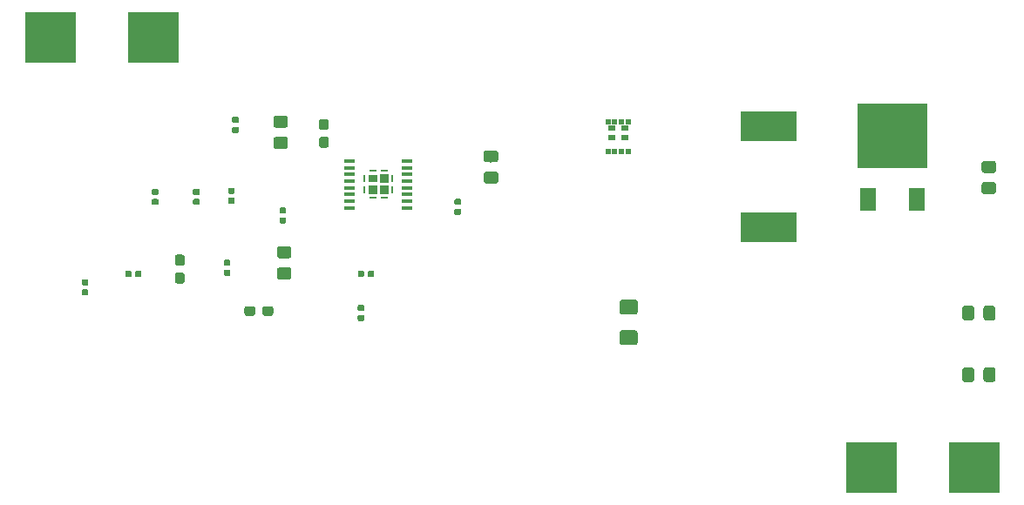
<source format=gbr>
G04 #@! TF.GenerationSoftware,KiCad,Pcbnew,5.0.2-bee76a0~70~ubuntu18.04.1*
G04 #@! TF.CreationDate,2019-04-11T17:57:36-07:00*
G04 #@! TF.ProjectId,BuckBoostInverter,4275636b-426f-46f7-9374-496e76657274,rev?*
G04 #@! TF.SameCoordinates,Original*
G04 #@! TF.FileFunction,Paste,Top*
G04 #@! TF.FilePolarity,Positive*
%FSLAX46Y46*%
G04 Gerber Fmt 4.6, Leading zero omitted, Abs format (unit mm)*
G04 Created by KiCad (PCBNEW 5.0.2-bee76a0~70~ubuntu18.04.1) date Thu 11 Apr 2019 05:57:36 PM PDT*
%MOMM*%
%LPD*%
G01*
G04 APERTURE LIST*
%ADD10R,0.500000X0.630000*%
%ADD11R,0.738000X0.570000*%
%ADD12R,5.000000X5.000000*%
%ADD13R,6.740000X6.230000*%
%ADD14R,1.524000X2.280000*%
%ADD15C,0.100000*%
%ADD16C,0.950000*%
%ADD17C,1.150000*%
%ADD18C,0.590000*%
%ADD19R,5.400000X2.900000*%
%ADD20C,1.425000*%
%ADD21R,1.050000X0.450000*%
%ADD22R,0.850000X0.850000*%
%ADD23R,0.850000X0.800000*%
%ADD24R,0.800000X0.250000*%
%ADD25R,0.250000X0.800000*%
G04 APERTURE END LIST*
D10*
G04 #@! TO.C,Q1*
X129020000Y-85700000D03*
X129660000Y-85700000D03*
X130320000Y-85700000D03*
X130960000Y-85700000D03*
X130960000Y-82820000D03*
X130320000Y-82820000D03*
X129660000Y-82820000D03*
X129020000Y-82820000D03*
D11*
X130600000Y-83400000D03*
X129380000Y-83400000D03*
X130600000Y-84350000D03*
X129380000Y-84350000D03*
G04 #@! TD*
D12*
G04 #@! TO.C,J1*
X84800000Y-74600000D03*
X74800000Y-74600000D03*
G04 #@! TD*
G04 #@! TO.C,J2*
X164600000Y-116400000D03*
X154600000Y-116400000D03*
G04 #@! TD*
D13*
G04 #@! TO.C,D1*
X156600000Y-84200000D03*
D14*
X158980000Y-90345000D03*
X154220000Y-90345000D03*
G04 #@! TD*
D15*
G04 #@! TO.C,C1*
G36*
X101660779Y-84276144D02*
X101683834Y-84279563D01*
X101706443Y-84285227D01*
X101728387Y-84293079D01*
X101749457Y-84303044D01*
X101769448Y-84315026D01*
X101788168Y-84328910D01*
X101805438Y-84344562D01*
X101821090Y-84361832D01*
X101834974Y-84380552D01*
X101846956Y-84400543D01*
X101856921Y-84421613D01*
X101864773Y-84443557D01*
X101870437Y-84466166D01*
X101873856Y-84489221D01*
X101875000Y-84512500D01*
X101875000Y-85087500D01*
X101873856Y-85110779D01*
X101870437Y-85133834D01*
X101864773Y-85156443D01*
X101856921Y-85178387D01*
X101846956Y-85199457D01*
X101834974Y-85219448D01*
X101821090Y-85238168D01*
X101805438Y-85255438D01*
X101788168Y-85271090D01*
X101769448Y-85284974D01*
X101749457Y-85296956D01*
X101728387Y-85306921D01*
X101706443Y-85314773D01*
X101683834Y-85320437D01*
X101660779Y-85323856D01*
X101637500Y-85325000D01*
X101162500Y-85325000D01*
X101139221Y-85323856D01*
X101116166Y-85320437D01*
X101093557Y-85314773D01*
X101071613Y-85306921D01*
X101050543Y-85296956D01*
X101030552Y-85284974D01*
X101011832Y-85271090D01*
X100994562Y-85255438D01*
X100978910Y-85238168D01*
X100965026Y-85219448D01*
X100953044Y-85199457D01*
X100943079Y-85178387D01*
X100935227Y-85156443D01*
X100929563Y-85133834D01*
X100926144Y-85110779D01*
X100925000Y-85087500D01*
X100925000Y-84512500D01*
X100926144Y-84489221D01*
X100929563Y-84466166D01*
X100935227Y-84443557D01*
X100943079Y-84421613D01*
X100953044Y-84400543D01*
X100965026Y-84380552D01*
X100978910Y-84361832D01*
X100994562Y-84344562D01*
X101011832Y-84328910D01*
X101030552Y-84315026D01*
X101050543Y-84303044D01*
X101071613Y-84293079D01*
X101093557Y-84285227D01*
X101116166Y-84279563D01*
X101139221Y-84276144D01*
X101162500Y-84275000D01*
X101637500Y-84275000D01*
X101660779Y-84276144D01*
X101660779Y-84276144D01*
G37*
D16*
X101400000Y-84800000D03*
D15*
G36*
X101660779Y-82526144D02*
X101683834Y-82529563D01*
X101706443Y-82535227D01*
X101728387Y-82543079D01*
X101749457Y-82553044D01*
X101769448Y-82565026D01*
X101788168Y-82578910D01*
X101805438Y-82594562D01*
X101821090Y-82611832D01*
X101834974Y-82630552D01*
X101846956Y-82650543D01*
X101856921Y-82671613D01*
X101864773Y-82693557D01*
X101870437Y-82716166D01*
X101873856Y-82739221D01*
X101875000Y-82762500D01*
X101875000Y-83337500D01*
X101873856Y-83360779D01*
X101870437Y-83383834D01*
X101864773Y-83406443D01*
X101856921Y-83428387D01*
X101846956Y-83449457D01*
X101834974Y-83469448D01*
X101821090Y-83488168D01*
X101805438Y-83505438D01*
X101788168Y-83521090D01*
X101769448Y-83534974D01*
X101749457Y-83546956D01*
X101728387Y-83556921D01*
X101706443Y-83564773D01*
X101683834Y-83570437D01*
X101660779Y-83573856D01*
X101637500Y-83575000D01*
X101162500Y-83575000D01*
X101139221Y-83573856D01*
X101116166Y-83570437D01*
X101093557Y-83564773D01*
X101071613Y-83556921D01*
X101050543Y-83546956D01*
X101030552Y-83534974D01*
X101011832Y-83521090D01*
X100994562Y-83505438D01*
X100978910Y-83488168D01*
X100965026Y-83469448D01*
X100953044Y-83449457D01*
X100943079Y-83428387D01*
X100935227Y-83406443D01*
X100929563Y-83383834D01*
X100926144Y-83360779D01*
X100925000Y-83337500D01*
X100925000Y-82762500D01*
X100926144Y-82739221D01*
X100929563Y-82716166D01*
X100935227Y-82693557D01*
X100943079Y-82671613D01*
X100953044Y-82650543D01*
X100965026Y-82630552D01*
X100978910Y-82611832D01*
X100994562Y-82594562D01*
X101011832Y-82578910D01*
X101030552Y-82565026D01*
X101050543Y-82553044D01*
X101071613Y-82543079D01*
X101093557Y-82535227D01*
X101116166Y-82529563D01*
X101139221Y-82526144D01*
X101162500Y-82525000D01*
X101637500Y-82525000D01*
X101660779Y-82526144D01*
X101660779Y-82526144D01*
G37*
D16*
X101400000Y-83050000D03*
G04 #@! TD*
D15*
G04 #@! TO.C,C2*
G36*
X97674505Y-82226204D02*
X97698773Y-82229804D01*
X97722572Y-82235765D01*
X97745671Y-82244030D01*
X97767850Y-82254520D01*
X97788893Y-82267132D01*
X97808599Y-82281747D01*
X97826777Y-82298223D01*
X97843253Y-82316401D01*
X97857868Y-82336107D01*
X97870480Y-82357150D01*
X97880970Y-82379329D01*
X97889235Y-82402428D01*
X97895196Y-82426227D01*
X97898796Y-82450495D01*
X97900000Y-82474999D01*
X97900000Y-83125001D01*
X97898796Y-83149505D01*
X97895196Y-83173773D01*
X97889235Y-83197572D01*
X97880970Y-83220671D01*
X97870480Y-83242850D01*
X97857868Y-83263893D01*
X97843253Y-83283599D01*
X97826777Y-83301777D01*
X97808599Y-83318253D01*
X97788893Y-83332868D01*
X97767850Y-83345480D01*
X97745671Y-83355970D01*
X97722572Y-83364235D01*
X97698773Y-83370196D01*
X97674505Y-83373796D01*
X97650001Y-83375000D01*
X96749999Y-83375000D01*
X96725495Y-83373796D01*
X96701227Y-83370196D01*
X96677428Y-83364235D01*
X96654329Y-83355970D01*
X96632150Y-83345480D01*
X96611107Y-83332868D01*
X96591401Y-83318253D01*
X96573223Y-83301777D01*
X96556747Y-83283599D01*
X96542132Y-83263893D01*
X96529520Y-83242850D01*
X96519030Y-83220671D01*
X96510765Y-83197572D01*
X96504804Y-83173773D01*
X96501204Y-83149505D01*
X96500000Y-83125001D01*
X96500000Y-82474999D01*
X96501204Y-82450495D01*
X96504804Y-82426227D01*
X96510765Y-82402428D01*
X96519030Y-82379329D01*
X96529520Y-82357150D01*
X96542132Y-82336107D01*
X96556747Y-82316401D01*
X96573223Y-82298223D01*
X96591401Y-82281747D01*
X96611107Y-82267132D01*
X96632150Y-82254520D01*
X96654329Y-82244030D01*
X96677428Y-82235765D01*
X96701227Y-82229804D01*
X96725495Y-82226204D01*
X96749999Y-82225000D01*
X97650001Y-82225000D01*
X97674505Y-82226204D01*
X97674505Y-82226204D01*
G37*
D17*
X97200000Y-82800000D03*
D15*
G36*
X97674505Y-84276204D02*
X97698773Y-84279804D01*
X97722572Y-84285765D01*
X97745671Y-84294030D01*
X97767850Y-84304520D01*
X97788893Y-84317132D01*
X97808599Y-84331747D01*
X97826777Y-84348223D01*
X97843253Y-84366401D01*
X97857868Y-84386107D01*
X97870480Y-84407150D01*
X97880970Y-84429329D01*
X97889235Y-84452428D01*
X97895196Y-84476227D01*
X97898796Y-84500495D01*
X97900000Y-84524999D01*
X97900000Y-85175001D01*
X97898796Y-85199505D01*
X97895196Y-85223773D01*
X97889235Y-85247572D01*
X97880970Y-85270671D01*
X97870480Y-85292850D01*
X97857868Y-85313893D01*
X97843253Y-85333599D01*
X97826777Y-85351777D01*
X97808599Y-85368253D01*
X97788893Y-85382868D01*
X97767850Y-85395480D01*
X97745671Y-85405970D01*
X97722572Y-85414235D01*
X97698773Y-85420196D01*
X97674505Y-85423796D01*
X97650001Y-85425000D01*
X96749999Y-85425000D01*
X96725495Y-85423796D01*
X96701227Y-85420196D01*
X96677428Y-85414235D01*
X96654329Y-85405970D01*
X96632150Y-85395480D01*
X96611107Y-85382868D01*
X96591401Y-85368253D01*
X96573223Y-85351777D01*
X96556747Y-85333599D01*
X96542132Y-85313893D01*
X96529520Y-85292850D01*
X96519030Y-85270671D01*
X96510765Y-85247572D01*
X96504804Y-85223773D01*
X96501204Y-85199505D01*
X96500000Y-85175001D01*
X96500000Y-84524999D01*
X96501204Y-84500495D01*
X96504804Y-84476227D01*
X96510765Y-84452428D01*
X96519030Y-84429329D01*
X96529520Y-84407150D01*
X96542132Y-84386107D01*
X96556747Y-84366401D01*
X96573223Y-84348223D01*
X96591401Y-84331747D01*
X96611107Y-84317132D01*
X96632150Y-84304520D01*
X96654329Y-84294030D01*
X96677428Y-84285765D01*
X96701227Y-84279804D01*
X96725495Y-84276204D01*
X96749999Y-84275000D01*
X97650001Y-84275000D01*
X97674505Y-84276204D01*
X97674505Y-84276204D01*
G37*
D17*
X97200000Y-84850000D03*
G04 #@! TD*
D15*
G04 #@! TO.C,C3*
G36*
X85186958Y-90305710D02*
X85201276Y-90307834D01*
X85215317Y-90311351D01*
X85228946Y-90316228D01*
X85242031Y-90322417D01*
X85254447Y-90329858D01*
X85266073Y-90338481D01*
X85276798Y-90348202D01*
X85286519Y-90358927D01*
X85295142Y-90370553D01*
X85302583Y-90382969D01*
X85308772Y-90396054D01*
X85313649Y-90409683D01*
X85317166Y-90423724D01*
X85319290Y-90438042D01*
X85320000Y-90452500D01*
X85320000Y-90747500D01*
X85319290Y-90761958D01*
X85317166Y-90776276D01*
X85313649Y-90790317D01*
X85308772Y-90803946D01*
X85302583Y-90817031D01*
X85295142Y-90829447D01*
X85286519Y-90841073D01*
X85276798Y-90851798D01*
X85266073Y-90861519D01*
X85254447Y-90870142D01*
X85242031Y-90877583D01*
X85228946Y-90883772D01*
X85215317Y-90888649D01*
X85201276Y-90892166D01*
X85186958Y-90894290D01*
X85172500Y-90895000D01*
X84827500Y-90895000D01*
X84813042Y-90894290D01*
X84798724Y-90892166D01*
X84784683Y-90888649D01*
X84771054Y-90883772D01*
X84757969Y-90877583D01*
X84745553Y-90870142D01*
X84733927Y-90861519D01*
X84723202Y-90851798D01*
X84713481Y-90841073D01*
X84704858Y-90829447D01*
X84697417Y-90817031D01*
X84691228Y-90803946D01*
X84686351Y-90790317D01*
X84682834Y-90776276D01*
X84680710Y-90761958D01*
X84680000Y-90747500D01*
X84680000Y-90452500D01*
X84680710Y-90438042D01*
X84682834Y-90423724D01*
X84686351Y-90409683D01*
X84691228Y-90396054D01*
X84697417Y-90382969D01*
X84704858Y-90370553D01*
X84713481Y-90358927D01*
X84723202Y-90348202D01*
X84733927Y-90338481D01*
X84745553Y-90329858D01*
X84757969Y-90322417D01*
X84771054Y-90316228D01*
X84784683Y-90311351D01*
X84798724Y-90307834D01*
X84813042Y-90305710D01*
X84827500Y-90305000D01*
X85172500Y-90305000D01*
X85186958Y-90305710D01*
X85186958Y-90305710D01*
G37*
D18*
X85000000Y-90600000D03*
D15*
G36*
X85186958Y-89335710D02*
X85201276Y-89337834D01*
X85215317Y-89341351D01*
X85228946Y-89346228D01*
X85242031Y-89352417D01*
X85254447Y-89359858D01*
X85266073Y-89368481D01*
X85276798Y-89378202D01*
X85286519Y-89388927D01*
X85295142Y-89400553D01*
X85302583Y-89412969D01*
X85308772Y-89426054D01*
X85313649Y-89439683D01*
X85317166Y-89453724D01*
X85319290Y-89468042D01*
X85320000Y-89482500D01*
X85320000Y-89777500D01*
X85319290Y-89791958D01*
X85317166Y-89806276D01*
X85313649Y-89820317D01*
X85308772Y-89833946D01*
X85302583Y-89847031D01*
X85295142Y-89859447D01*
X85286519Y-89871073D01*
X85276798Y-89881798D01*
X85266073Y-89891519D01*
X85254447Y-89900142D01*
X85242031Y-89907583D01*
X85228946Y-89913772D01*
X85215317Y-89918649D01*
X85201276Y-89922166D01*
X85186958Y-89924290D01*
X85172500Y-89925000D01*
X84827500Y-89925000D01*
X84813042Y-89924290D01*
X84798724Y-89922166D01*
X84784683Y-89918649D01*
X84771054Y-89913772D01*
X84757969Y-89907583D01*
X84745553Y-89900142D01*
X84733927Y-89891519D01*
X84723202Y-89881798D01*
X84713481Y-89871073D01*
X84704858Y-89859447D01*
X84697417Y-89847031D01*
X84691228Y-89833946D01*
X84686351Y-89820317D01*
X84682834Y-89806276D01*
X84680710Y-89791958D01*
X84680000Y-89777500D01*
X84680000Y-89482500D01*
X84680710Y-89468042D01*
X84682834Y-89453724D01*
X84686351Y-89439683D01*
X84691228Y-89426054D01*
X84697417Y-89412969D01*
X84704858Y-89400553D01*
X84713481Y-89388927D01*
X84723202Y-89378202D01*
X84733927Y-89368481D01*
X84745553Y-89359858D01*
X84757969Y-89352417D01*
X84771054Y-89346228D01*
X84784683Y-89341351D01*
X84798724Y-89337834D01*
X84813042Y-89335710D01*
X84827500Y-89335000D01*
X85172500Y-89335000D01*
X85186958Y-89335710D01*
X85186958Y-89335710D01*
G37*
D18*
X85000000Y-89630000D03*
G04 #@! TD*
D15*
G04 #@! TO.C,C4*
G36*
X114586958Y-90305710D02*
X114601276Y-90307834D01*
X114615317Y-90311351D01*
X114628946Y-90316228D01*
X114642031Y-90322417D01*
X114654447Y-90329858D01*
X114666073Y-90338481D01*
X114676798Y-90348202D01*
X114686519Y-90358927D01*
X114695142Y-90370553D01*
X114702583Y-90382969D01*
X114708772Y-90396054D01*
X114713649Y-90409683D01*
X114717166Y-90423724D01*
X114719290Y-90438042D01*
X114720000Y-90452500D01*
X114720000Y-90747500D01*
X114719290Y-90761958D01*
X114717166Y-90776276D01*
X114713649Y-90790317D01*
X114708772Y-90803946D01*
X114702583Y-90817031D01*
X114695142Y-90829447D01*
X114686519Y-90841073D01*
X114676798Y-90851798D01*
X114666073Y-90861519D01*
X114654447Y-90870142D01*
X114642031Y-90877583D01*
X114628946Y-90883772D01*
X114615317Y-90888649D01*
X114601276Y-90892166D01*
X114586958Y-90894290D01*
X114572500Y-90895000D01*
X114227500Y-90895000D01*
X114213042Y-90894290D01*
X114198724Y-90892166D01*
X114184683Y-90888649D01*
X114171054Y-90883772D01*
X114157969Y-90877583D01*
X114145553Y-90870142D01*
X114133927Y-90861519D01*
X114123202Y-90851798D01*
X114113481Y-90841073D01*
X114104858Y-90829447D01*
X114097417Y-90817031D01*
X114091228Y-90803946D01*
X114086351Y-90790317D01*
X114082834Y-90776276D01*
X114080710Y-90761958D01*
X114080000Y-90747500D01*
X114080000Y-90452500D01*
X114080710Y-90438042D01*
X114082834Y-90423724D01*
X114086351Y-90409683D01*
X114091228Y-90396054D01*
X114097417Y-90382969D01*
X114104858Y-90370553D01*
X114113481Y-90358927D01*
X114123202Y-90348202D01*
X114133927Y-90338481D01*
X114145553Y-90329858D01*
X114157969Y-90322417D01*
X114171054Y-90316228D01*
X114184683Y-90311351D01*
X114198724Y-90307834D01*
X114213042Y-90305710D01*
X114227500Y-90305000D01*
X114572500Y-90305000D01*
X114586958Y-90305710D01*
X114586958Y-90305710D01*
G37*
D18*
X114400000Y-90600000D03*
D15*
G36*
X114586958Y-91275710D02*
X114601276Y-91277834D01*
X114615317Y-91281351D01*
X114628946Y-91286228D01*
X114642031Y-91292417D01*
X114654447Y-91299858D01*
X114666073Y-91308481D01*
X114676798Y-91318202D01*
X114686519Y-91328927D01*
X114695142Y-91340553D01*
X114702583Y-91352969D01*
X114708772Y-91366054D01*
X114713649Y-91379683D01*
X114717166Y-91393724D01*
X114719290Y-91408042D01*
X114720000Y-91422500D01*
X114720000Y-91717500D01*
X114719290Y-91731958D01*
X114717166Y-91746276D01*
X114713649Y-91760317D01*
X114708772Y-91773946D01*
X114702583Y-91787031D01*
X114695142Y-91799447D01*
X114686519Y-91811073D01*
X114676798Y-91821798D01*
X114666073Y-91831519D01*
X114654447Y-91840142D01*
X114642031Y-91847583D01*
X114628946Y-91853772D01*
X114615317Y-91858649D01*
X114601276Y-91862166D01*
X114586958Y-91864290D01*
X114572500Y-91865000D01*
X114227500Y-91865000D01*
X114213042Y-91864290D01*
X114198724Y-91862166D01*
X114184683Y-91858649D01*
X114171054Y-91853772D01*
X114157969Y-91847583D01*
X114145553Y-91840142D01*
X114133927Y-91831519D01*
X114123202Y-91821798D01*
X114113481Y-91811073D01*
X114104858Y-91799447D01*
X114097417Y-91787031D01*
X114091228Y-91773946D01*
X114086351Y-91760317D01*
X114082834Y-91746276D01*
X114080710Y-91731958D01*
X114080000Y-91717500D01*
X114080000Y-91422500D01*
X114080710Y-91408042D01*
X114082834Y-91393724D01*
X114086351Y-91379683D01*
X114091228Y-91366054D01*
X114097417Y-91352969D01*
X114104858Y-91340553D01*
X114113481Y-91328927D01*
X114123202Y-91318202D01*
X114133927Y-91308481D01*
X114145553Y-91299858D01*
X114157969Y-91292417D01*
X114171054Y-91286228D01*
X114184683Y-91281351D01*
X114198724Y-91277834D01*
X114213042Y-91275710D01*
X114227500Y-91275000D01*
X114572500Y-91275000D01*
X114586958Y-91275710D01*
X114586958Y-91275710D01*
G37*
D18*
X114400000Y-91570000D03*
G04 #@! TD*
D15*
G04 #@! TO.C,C5*
G36*
X87660779Y-97476144D02*
X87683834Y-97479563D01*
X87706443Y-97485227D01*
X87728387Y-97493079D01*
X87749457Y-97503044D01*
X87769448Y-97515026D01*
X87788168Y-97528910D01*
X87805438Y-97544562D01*
X87821090Y-97561832D01*
X87834974Y-97580552D01*
X87846956Y-97600543D01*
X87856921Y-97621613D01*
X87864773Y-97643557D01*
X87870437Y-97666166D01*
X87873856Y-97689221D01*
X87875000Y-97712500D01*
X87875000Y-98287500D01*
X87873856Y-98310779D01*
X87870437Y-98333834D01*
X87864773Y-98356443D01*
X87856921Y-98378387D01*
X87846956Y-98399457D01*
X87834974Y-98419448D01*
X87821090Y-98438168D01*
X87805438Y-98455438D01*
X87788168Y-98471090D01*
X87769448Y-98484974D01*
X87749457Y-98496956D01*
X87728387Y-98506921D01*
X87706443Y-98514773D01*
X87683834Y-98520437D01*
X87660779Y-98523856D01*
X87637500Y-98525000D01*
X87162500Y-98525000D01*
X87139221Y-98523856D01*
X87116166Y-98520437D01*
X87093557Y-98514773D01*
X87071613Y-98506921D01*
X87050543Y-98496956D01*
X87030552Y-98484974D01*
X87011832Y-98471090D01*
X86994562Y-98455438D01*
X86978910Y-98438168D01*
X86965026Y-98419448D01*
X86953044Y-98399457D01*
X86943079Y-98378387D01*
X86935227Y-98356443D01*
X86929563Y-98333834D01*
X86926144Y-98310779D01*
X86925000Y-98287500D01*
X86925000Y-97712500D01*
X86926144Y-97689221D01*
X86929563Y-97666166D01*
X86935227Y-97643557D01*
X86943079Y-97621613D01*
X86953044Y-97600543D01*
X86965026Y-97580552D01*
X86978910Y-97561832D01*
X86994562Y-97544562D01*
X87011832Y-97528910D01*
X87030552Y-97515026D01*
X87050543Y-97503044D01*
X87071613Y-97493079D01*
X87093557Y-97485227D01*
X87116166Y-97479563D01*
X87139221Y-97476144D01*
X87162500Y-97475000D01*
X87637500Y-97475000D01*
X87660779Y-97476144D01*
X87660779Y-97476144D01*
G37*
D16*
X87400000Y-98000000D03*
D15*
G36*
X87660779Y-95726144D02*
X87683834Y-95729563D01*
X87706443Y-95735227D01*
X87728387Y-95743079D01*
X87749457Y-95753044D01*
X87769448Y-95765026D01*
X87788168Y-95778910D01*
X87805438Y-95794562D01*
X87821090Y-95811832D01*
X87834974Y-95830552D01*
X87846956Y-95850543D01*
X87856921Y-95871613D01*
X87864773Y-95893557D01*
X87870437Y-95916166D01*
X87873856Y-95939221D01*
X87875000Y-95962500D01*
X87875000Y-96537500D01*
X87873856Y-96560779D01*
X87870437Y-96583834D01*
X87864773Y-96606443D01*
X87856921Y-96628387D01*
X87846956Y-96649457D01*
X87834974Y-96669448D01*
X87821090Y-96688168D01*
X87805438Y-96705438D01*
X87788168Y-96721090D01*
X87769448Y-96734974D01*
X87749457Y-96746956D01*
X87728387Y-96756921D01*
X87706443Y-96764773D01*
X87683834Y-96770437D01*
X87660779Y-96773856D01*
X87637500Y-96775000D01*
X87162500Y-96775000D01*
X87139221Y-96773856D01*
X87116166Y-96770437D01*
X87093557Y-96764773D01*
X87071613Y-96756921D01*
X87050543Y-96746956D01*
X87030552Y-96734974D01*
X87011832Y-96721090D01*
X86994562Y-96705438D01*
X86978910Y-96688168D01*
X86965026Y-96669448D01*
X86953044Y-96649457D01*
X86943079Y-96628387D01*
X86935227Y-96606443D01*
X86929563Y-96583834D01*
X86926144Y-96560779D01*
X86925000Y-96537500D01*
X86925000Y-95962500D01*
X86926144Y-95939221D01*
X86929563Y-95916166D01*
X86935227Y-95893557D01*
X86943079Y-95871613D01*
X86953044Y-95850543D01*
X86965026Y-95830552D01*
X86978910Y-95811832D01*
X86994562Y-95794562D01*
X87011832Y-95778910D01*
X87030552Y-95765026D01*
X87050543Y-95753044D01*
X87071613Y-95743079D01*
X87093557Y-95735227D01*
X87116166Y-95729563D01*
X87139221Y-95726144D01*
X87162500Y-95725000D01*
X87637500Y-95725000D01*
X87660779Y-95726144D01*
X87660779Y-95726144D01*
G37*
D16*
X87400000Y-96250000D03*
G04 #@! TD*
D15*
G04 #@! TO.C,C6*
G36*
X83531958Y-97280710D02*
X83546276Y-97282834D01*
X83560317Y-97286351D01*
X83573946Y-97291228D01*
X83587031Y-97297417D01*
X83599447Y-97304858D01*
X83611073Y-97313481D01*
X83621798Y-97323202D01*
X83631519Y-97333927D01*
X83640142Y-97345553D01*
X83647583Y-97357969D01*
X83653772Y-97371054D01*
X83658649Y-97384683D01*
X83662166Y-97398724D01*
X83664290Y-97413042D01*
X83665000Y-97427500D01*
X83665000Y-97772500D01*
X83664290Y-97786958D01*
X83662166Y-97801276D01*
X83658649Y-97815317D01*
X83653772Y-97828946D01*
X83647583Y-97842031D01*
X83640142Y-97854447D01*
X83631519Y-97866073D01*
X83621798Y-97876798D01*
X83611073Y-97886519D01*
X83599447Y-97895142D01*
X83587031Y-97902583D01*
X83573946Y-97908772D01*
X83560317Y-97913649D01*
X83546276Y-97917166D01*
X83531958Y-97919290D01*
X83517500Y-97920000D01*
X83222500Y-97920000D01*
X83208042Y-97919290D01*
X83193724Y-97917166D01*
X83179683Y-97913649D01*
X83166054Y-97908772D01*
X83152969Y-97902583D01*
X83140553Y-97895142D01*
X83128927Y-97886519D01*
X83118202Y-97876798D01*
X83108481Y-97866073D01*
X83099858Y-97854447D01*
X83092417Y-97842031D01*
X83086228Y-97828946D01*
X83081351Y-97815317D01*
X83077834Y-97801276D01*
X83075710Y-97786958D01*
X83075000Y-97772500D01*
X83075000Y-97427500D01*
X83075710Y-97413042D01*
X83077834Y-97398724D01*
X83081351Y-97384683D01*
X83086228Y-97371054D01*
X83092417Y-97357969D01*
X83099858Y-97345553D01*
X83108481Y-97333927D01*
X83118202Y-97323202D01*
X83128927Y-97313481D01*
X83140553Y-97304858D01*
X83152969Y-97297417D01*
X83166054Y-97291228D01*
X83179683Y-97286351D01*
X83193724Y-97282834D01*
X83208042Y-97280710D01*
X83222500Y-97280000D01*
X83517500Y-97280000D01*
X83531958Y-97280710D01*
X83531958Y-97280710D01*
G37*
D18*
X83370000Y-97600000D03*
D15*
G36*
X82561958Y-97280710D02*
X82576276Y-97282834D01*
X82590317Y-97286351D01*
X82603946Y-97291228D01*
X82617031Y-97297417D01*
X82629447Y-97304858D01*
X82641073Y-97313481D01*
X82651798Y-97323202D01*
X82661519Y-97333927D01*
X82670142Y-97345553D01*
X82677583Y-97357969D01*
X82683772Y-97371054D01*
X82688649Y-97384683D01*
X82692166Y-97398724D01*
X82694290Y-97413042D01*
X82695000Y-97427500D01*
X82695000Y-97772500D01*
X82694290Y-97786958D01*
X82692166Y-97801276D01*
X82688649Y-97815317D01*
X82683772Y-97828946D01*
X82677583Y-97842031D01*
X82670142Y-97854447D01*
X82661519Y-97866073D01*
X82651798Y-97876798D01*
X82641073Y-97886519D01*
X82629447Y-97895142D01*
X82617031Y-97902583D01*
X82603946Y-97908772D01*
X82590317Y-97913649D01*
X82576276Y-97917166D01*
X82561958Y-97919290D01*
X82547500Y-97920000D01*
X82252500Y-97920000D01*
X82238042Y-97919290D01*
X82223724Y-97917166D01*
X82209683Y-97913649D01*
X82196054Y-97908772D01*
X82182969Y-97902583D01*
X82170553Y-97895142D01*
X82158927Y-97886519D01*
X82148202Y-97876798D01*
X82138481Y-97866073D01*
X82129858Y-97854447D01*
X82122417Y-97842031D01*
X82116228Y-97828946D01*
X82111351Y-97815317D01*
X82107834Y-97801276D01*
X82105710Y-97786958D01*
X82105000Y-97772500D01*
X82105000Y-97427500D01*
X82105710Y-97413042D01*
X82107834Y-97398724D01*
X82111351Y-97384683D01*
X82116228Y-97371054D01*
X82122417Y-97357969D01*
X82129858Y-97345553D01*
X82138481Y-97333927D01*
X82148202Y-97323202D01*
X82158927Y-97313481D01*
X82170553Y-97304858D01*
X82182969Y-97297417D01*
X82196054Y-97291228D01*
X82209683Y-97286351D01*
X82223724Y-97282834D01*
X82238042Y-97280710D01*
X82252500Y-97280000D01*
X82547500Y-97280000D01*
X82561958Y-97280710D01*
X82561958Y-97280710D01*
G37*
D18*
X82400000Y-97600000D03*
G04 #@! TD*
D15*
G04 #@! TO.C,C7*
G36*
X92586958Y-89220710D02*
X92601276Y-89222834D01*
X92615317Y-89226351D01*
X92628946Y-89231228D01*
X92642031Y-89237417D01*
X92654447Y-89244858D01*
X92666073Y-89253481D01*
X92676798Y-89263202D01*
X92686519Y-89273927D01*
X92695142Y-89285553D01*
X92702583Y-89297969D01*
X92708772Y-89311054D01*
X92713649Y-89324683D01*
X92717166Y-89338724D01*
X92719290Y-89353042D01*
X92720000Y-89367500D01*
X92720000Y-89662500D01*
X92719290Y-89676958D01*
X92717166Y-89691276D01*
X92713649Y-89705317D01*
X92708772Y-89718946D01*
X92702583Y-89732031D01*
X92695142Y-89744447D01*
X92686519Y-89756073D01*
X92676798Y-89766798D01*
X92666073Y-89776519D01*
X92654447Y-89785142D01*
X92642031Y-89792583D01*
X92628946Y-89798772D01*
X92615317Y-89803649D01*
X92601276Y-89807166D01*
X92586958Y-89809290D01*
X92572500Y-89810000D01*
X92227500Y-89810000D01*
X92213042Y-89809290D01*
X92198724Y-89807166D01*
X92184683Y-89803649D01*
X92171054Y-89798772D01*
X92157969Y-89792583D01*
X92145553Y-89785142D01*
X92133927Y-89776519D01*
X92123202Y-89766798D01*
X92113481Y-89756073D01*
X92104858Y-89744447D01*
X92097417Y-89732031D01*
X92091228Y-89718946D01*
X92086351Y-89705317D01*
X92082834Y-89691276D01*
X92080710Y-89676958D01*
X92080000Y-89662500D01*
X92080000Y-89367500D01*
X92080710Y-89353042D01*
X92082834Y-89338724D01*
X92086351Y-89324683D01*
X92091228Y-89311054D01*
X92097417Y-89297969D01*
X92104858Y-89285553D01*
X92113481Y-89273927D01*
X92123202Y-89263202D01*
X92133927Y-89253481D01*
X92145553Y-89244858D01*
X92157969Y-89237417D01*
X92171054Y-89231228D01*
X92184683Y-89226351D01*
X92198724Y-89222834D01*
X92213042Y-89220710D01*
X92227500Y-89220000D01*
X92572500Y-89220000D01*
X92586958Y-89220710D01*
X92586958Y-89220710D01*
G37*
D18*
X92400000Y-89515000D03*
D15*
G36*
X92586958Y-90190710D02*
X92601276Y-90192834D01*
X92615317Y-90196351D01*
X92628946Y-90201228D01*
X92642031Y-90207417D01*
X92654447Y-90214858D01*
X92666073Y-90223481D01*
X92676798Y-90233202D01*
X92686519Y-90243927D01*
X92695142Y-90255553D01*
X92702583Y-90267969D01*
X92708772Y-90281054D01*
X92713649Y-90294683D01*
X92717166Y-90308724D01*
X92719290Y-90323042D01*
X92720000Y-90337500D01*
X92720000Y-90632500D01*
X92719290Y-90646958D01*
X92717166Y-90661276D01*
X92713649Y-90675317D01*
X92708772Y-90688946D01*
X92702583Y-90702031D01*
X92695142Y-90714447D01*
X92686519Y-90726073D01*
X92676798Y-90736798D01*
X92666073Y-90746519D01*
X92654447Y-90755142D01*
X92642031Y-90762583D01*
X92628946Y-90768772D01*
X92615317Y-90773649D01*
X92601276Y-90777166D01*
X92586958Y-90779290D01*
X92572500Y-90780000D01*
X92227500Y-90780000D01*
X92213042Y-90779290D01*
X92198724Y-90777166D01*
X92184683Y-90773649D01*
X92171054Y-90768772D01*
X92157969Y-90762583D01*
X92145553Y-90755142D01*
X92133927Y-90746519D01*
X92123202Y-90736798D01*
X92113481Y-90726073D01*
X92104858Y-90714447D01*
X92097417Y-90702031D01*
X92091228Y-90688946D01*
X92086351Y-90675317D01*
X92082834Y-90661276D01*
X92080710Y-90646958D01*
X92080000Y-90632500D01*
X92080000Y-90337500D01*
X92080710Y-90323042D01*
X92082834Y-90308724D01*
X92086351Y-90294683D01*
X92091228Y-90281054D01*
X92097417Y-90267969D01*
X92104858Y-90255553D01*
X92113481Y-90243927D01*
X92123202Y-90233202D01*
X92133927Y-90223481D01*
X92145553Y-90214858D01*
X92157969Y-90207417D01*
X92171054Y-90201228D01*
X92184683Y-90196351D01*
X92198724Y-90192834D01*
X92213042Y-90190710D01*
X92227500Y-90190000D01*
X92572500Y-90190000D01*
X92586958Y-90190710D01*
X92586958Y-90190710D01*
G37*
D18*
X92400000Y-90485000D03*
G04 #@! TD*
D15*
G04 #@! TO.C,C8*
G36*
X118099505Y-87651204D02*
X118123773Y-87654804D01*
X118147572Y-87660765D01*
X118170671Y-87669030D01*
X118192850Y-87679520D01*
X118213893Y-87692132D01*
X118233599Y-87706747D01*
X118251777Y-87723223D01*
X118268253Y-87741401D01*
X118282868Y-87761107D01*
X118295480Y-87782150D01*
X118305970Y-87804329D01*
X118314235Y-87827428D01*
X118320196Y-87851227D01*
X118323796Y-87875495D01*
X118325000Y-87899999D01*
X118325000Y-88550001D01*
X118323796Y-88574505D01*
X118320196Y-88598773D01*
X118314235Y-88622572D01*
X118305970Y-88645671D01*
X118295480Y-88667850D01*
X118282868Y-88688893D01*
X118268253Y-88708599D01*
X118251777Y-88726777D01*
X118233599Y-88743253D01*
X118213893Y-88757868D01*
X118192850Y-88770480D01*
X118170671Y-88780970D01*
X118147572Y-88789235D01*
X118123773Y-88795196D01*
X118099505Y-88798796D01*
X118075001Y-88800000D01*
X117174999Y-88800000D01*
X117150495Y-88798796D01*
X117126227Y-88795196D01*
X117102428Y-88789235D01*
X117079329Y-88780970D01*
X117057150Y-88770480D01*
X117036107Y-88757868D01*
X117016401Y-88743253D01*
X116998223Y-88726777D01*
X116981747Y-88708599D01*
X116967132Y-88688893D01*
X116954520Y-88667850D01*
X116944030Y-88645671D01*
X116935765Y-88622572D01*
X116929804Y-88598773D01*
X116926204Y-88574505D01*
X116925000Y-88550001D01*
X116925000Y-87899999D01*
X116926204Y-87875495D01*
X116929804Y-87851227D01*
X116935765Y-87827428D01*
X116944030Y-87804329D01*
X116954520Y-87782150D01*
X116967132Y-87761107D01*
X116981747Y-87741401D01*
X116998223Y-87723223D01*
X117016401Y-87706747D01*
X117036107Y-87692132D01*
X117057150Y-87679520D01*
X117079329Y-87669030D01*
X117102428Y-87660765D01*
X117126227Y-87654804D01*
X117150495Y-87651204D01*
X117174999Y-87650000D01*
X118075001Y-87650000D01*
X118099505Y-87651204D01*
X118099505Y-87651204D01*
G37*
D17*
X117625000Y-88225000D03*
D15*
G36*
X118099505Y-85601204D02*
X118123773Y-85604804D01*
X118147572Y-85610765D01*
X118170671Y-85619030D01*
X118192850Y-85629520D01*
X118213893Y-85642132D01*
X118233599Y-85656747D01*
X118251777Y-85673223D01*
X118268253Y-85691401D01*
X118282868Y-85711107D01*
X118295480Y-85732150D01*
X118305970Y-85754329D01*
X118314235Y-85777428D01*
X118320196Y-85801227D01*
X118323796Y-85825495D01*
X118325000Y-85849999D01*
X118325000Y-86500001D01*
X118323796Y-86524505D01*
X118320196Y-86548773D01*
X118314235Y-86572572D01*
X118305970Y-86595671D01*
X118295480Y-86617850D01*
X118282868Y-86638893D01*
X118268253Y-86658599D01*
X118251777Y-86676777D01*
X118233599Y-86693253D01*
X118213893Y-86707868D01*
X118192850Y-86720480D01*
X118170671Y-86730970D01*
X118147572Y-86739235D01*
X118123773Y-86745196D01*
X118099505Y-86748796D01*
X118075001Y-86750000D01*
X117174999Y-86750000D01*
X117150495Y-86748796D01*
X117126227Y-86745196D01*
X117102428Y-86739235D01*
X117079329Y-86730970D01*
X117057150Y-86720480D01*
X117036107Y-86707868D01*
X117016401Y-86693253D01*
X116998223Y-86676777D01*
X116981747Y-86658599D01*
X116967132Y-86638893D01*
X116954520Y-86617850D01*
X116944030Y-86595671D01*
X116935765Y-86572572D01*
X116929804Y-86548773D01*
X116926204Y-86524505D01*
X116925000Y-86500001D01*
X116925000Y-85849999D01*
X116926204Y-85825495D01*
X116929804Y-85801227D01*
X116935765Y-85777428D01*
X116944030Y-85754329D01*
X116954520Y-85732150D01*
X116967132Y-85711107D01*
X116981747Y-85691401D01*
X116998223Y-85673223D01*
X117016401Y-85656747D01*
X117036107Y-85642132D01*
X117057150Y-85629520D01*
X117079329Y-85619030D01*
X117102428Y-85610765D01*
X117126227Y-85604804D01*
X117150495Y-85601204D01*
X117174999Y-85600000D01*
X118075001Y-85600000D01*
X118099505Y-85601204D01*
X118099505Y-85601204D01*
G37*
D17*
X117625000Y-86175000D03*
G04 #@! TD*
D15*
G04 #@! TO.C,C9*
G36*
X98019505Y-94921204D02*
X98043773Y-94924804D01*
X98067572Y-94930765D01*
X98090671Y-94939030D01*
X98112850Y-94949520D01*
X98133893Y-94962132D01*
X98153599Y-94976747D01*
X98171777Y-94993223D01*
X98188253Y-95011401D01*
X98202868Y-95031107D01*
X98215480Y-95052150D01*
X98225970Y-95074329D01*
X98234235Y-95097428D01*
X98240196Y-95121227D01*
X98243796Y-95145495D01*
X98245000Y-95169999D01*
X98245000Y-95820001D01*
X98243796Y-95844505D01*
X98240196Y-95868773D01*
X98234235Y-95892572D01*
X98225970Y-95915671D01*
X98215480Y-95937850D01*
X98202868Y-95958893D01*
X98188253Y-95978599D01*
X98171777Y-95996777D01*
X98153599Y-96013253D01*
X98133893Y-96027868D01*
X98112850Y-96040480D01*
X98090671Y-96050970D01*
X98067572Y-96059235D01*
X98043773Y-96065196D01*
X98019505Y-96068796D01*
X97995001Y-96070000D01*
X97094999Y-96070000D01*
X97070495Y-96068796D01*
X97046227Y-96065196D01*
X97022428Y-96059235D01*
X96999329Y-96050970D01*
X96977150Y-96040480D01*
X96956107Y-96027868D01*
X96936401Y-96013253D01*
X96918223Y-95996777D01*
X96901747Y-95978599D01*
X96887132Y-95958893D01*
X96874520Y-95937850D01*
X96864030Y-95915671D01*
X96855765Y-95892572D01*
X96849804Y-95868773D01*
X96846204Y-95844505D01*
X96845000Y-95820001D01*
X96845000Y-95169999D01*
X96846204Y-95145495D01*
X96849804Y-95121227D01*
X96855765Y-95097428D01*
X96864030Y-95074329D01*
X96874520Y-95052150D01*
X96887132Y-95031107D01*
X96901747Y-95011401D01*
X96918223Y-94993223D01*
X96936401Y-94976747D01*
X96956107Y-94962132D01*
X96977150Y-94949520D01*
X96999329Y-94939030D01*
X97022428Y-94930765D01*
X97046227Y-94924804D01*
X97070495Y-94921204D01*
X97094999Y-94920000D01*
X97995001Y-94920000D01*
X98019505Y-94921204D01*
X98019505Y-94921204D01*
G37*
D17*
X97545000Y-95495000D03*
D15*
G36*
X98019505Y-96971204D02*
X98043773Y-96974804D01*
X98067572Y-96980765D01*
X98090671Y-96989030D01*
X98112850Y-96999520D01*
X98133893Y-97012132D01*
X98153599Y-97026747D01*
X98171777Y-97043223D01*
X98188253Y-97061401D01*
X98202868Y-97081107D01*
X98215480Y-97102150D01*
X98225970Y-97124329D01*
X98234235Y-97147428D01*
X98240196Y-97171227D01*
X98243796Y-97195495D01*
X98245000Y-97219999D01*
X98245000Y-97870001D01*
X98243796Y-97894505D01*
X98240196Y-97918773D01*
X98234235Y-97942572D01*
X98225970Y-97965671D01*
X98215480Y-97987850D01*
X98202868Y-98008893D01*
X98188253Y-98028599D01*
X98171777Y-98046777D01*
X98153599Y-98063253D01*
X98133893Y-98077868D01*
X98112850Y-98090480D01*
X98090671Y-98100970D01*
X98067572Y-98109235D01*
X98043773Y-98115196D01*
X98019505Y-98118796D01*
X97995001Y-98120000D01*
X97094999Y-98120000D01*
X97070495Y-98118796D01*
X97046227Y-98115196D01*
X97022428Y-98109235D01*
X96999329Y-98100970D01*
X96977150Y-98090480D01*
X96956107Y-98077868D01*
X96936401Y-98063253D01*
X96918223Y-98046777D01*
X96901747Y-98028599D01*
X96887132Y-98008893D01*
X96874520Y-97987850D01*
X96864030Y-97965671D01*
X96855765Y-97942572D01*
X96849804Y-97918773D01*
X96846204Y-97894505D01*
X96845000Y-97870001D01*
X96845000Y-97219999D01*
X96846204Y-97195495D01*
X96849804Y-97171227D01*
X96855765Y-97147428D01*
X96864030Y-97124329D01*
X96874520Y-97102150D01*
X96887132Y-97081107D01*
X96901747Y-97061401D01*
X96918223Y-97043223D01*
X96936401Y-97026747D01*
X96956107Y-97012132D01*
X96977150Y-96999520D01*
X96999329Y-96989030D01*
X97022428Y-96980765D01*
X97046227Y-96974804D01*
X97070495Y-96971204D01*
X97094999Y-96970000D01*
X97995001Y-96970000D01*
X98019505Y-96971204D01*
X98019505Y-96971204D01*
G37*
D17*
X97545000Y-97545000D03*
G04 #@! TD*
D15*
G04 #@! TO.C,C10*
G36*
X94510779Y-100726144D02*
X94533834Y-100729563D01*
X94556443Y-100735227D01*
X94578387Y-100743079D01*
X94599457Y-100753044D01*
X94619448Y-100765026D01*
X94638168Y-100778910D01*
X94655438Y-100794562D01*
X94671090Y-100811832D01*
X94684974Y-100830552D01*
X94696956Y-100850543D01*
X94706921Y-100871613D01*
X94714773Y-100893557D01*
X94720437Y-100916166D01*
X94723856Y-100939221D01*
X94725000Y-100962500D01*
X94725000Y-101437500D01*
X94723856Y-101460779D01*
X94720437Y-101483834D01*
X94714773Y-101506443D01*
X94706921Y-101528387D01*
X94696956Y-101549457D01*
X94684974Y-101569448D01*
X94671090Y-101588168D01*
X94655438Y-101605438D01*
X94638168Y-101621090D01*
X94619448Y-101634974D01*
X94599457Y-101646956D01*
X94578387Y-101656921D01*
X94556443Y-101664773D01*
X94533834Y-101670437D01*
X94510779Y-101673856D01*
X94487500Y-101675000D01*
X93912500Y-101675000D01*
X93889221Y-101673856D01*
X93866166Y-101670437D01*
X93843557Y-101664773D01*
X93821613Y-101656921D01*
X93800543Y-101646956D01*
X93780552Y-101634974D01*
X93761832Y-101621090D01*
X93744562Y-101605438D01*
X93728910Y-101588168D01*
X93715026Y-101569448D01*
X93703044Y-101549457D01*
X93693079Y-101528387D01*
X93685227Y-101506443D01*
X93679563Y-101483834D01*
X93676144Y-101460779D01*
X93675000Y-101437500D01*
X93675000Y-100962500D01*
X93676144Y-100939221D01*
X93679563Y-100916166D01*
X93685227Y-100893557D01*
X93693079Y-100871613D01*
X93703044Y-100850543D01*
X93715026Y-100830552D01*
X93728910Y-100811832D01*
X93744562Y-100794562D01*
X93761832Y-100778910D01*
X93780552Y-100765026D01*
X93800543Y-100753044D01*
X93821613Y-100743079D01*
X93843557Y-100735227D01*
X93866166Y-100729563D01*
X93889221Y-100726144D01*
X93912500Y-100725000D01*
X94487500Y-100725000D01*
X94510779Y-100726144D01*
X94510779Y-100726144D01*
G37*
D16*
X94200000Y-101200000D03*
D15*
G36*
X96260779Y-100726144D02*
X96283834Y-100729563D01*
X96306443Y-100735227D01*
X96328387Y-100743079D01*
X96349457Y-100753044D01*
X96369448Y-100765026D01*
X96388168Y-100778910D01*
X96405438Y-100794562D01*
X96421090Y-100811832D01*
X96434974Y-100830552D01*
X96446956Y-100850543D01*
X96456921Y-100871613D01*
X96464773Y-100893557D01*
X96470437Y-100916166D01*
X96473856Y-100939221D01*
X96475000Y-100962500D01*
X96475000Y-101437500D01*
X96473856Y-101460779D01*
X96470437Y-101483834D01*
X96464773Y-101506443D01*
X96456921Y-101528387D01*
X96446956Y-101549457D01*
X96434974Y-101569448D01*
X96421090Y-101588168D01*
X96405438Y-101605438D01*
X96388168Y-101621090D01*
X96369448Y-101634974D01*
X96349457Y-101646956D01*
X96328387Y-101656921D01*
X96306443Y-101664773D01*
X96283834Y-101670437D01*
X96260779Y-101673856D01*
X96237500Y-101675000D01*
X95662500Y-101675000D01*
X95639221Y-101673856D01*
X95616166Y-101670437D01*
X95593557Y-101664773D01*
X95571613Y-101656921D01*
X95550543Y-101646956D01*
X95530552Y-101634974D01*
X95511832Y-101621090D01*
X95494562Y-101605438D01*
X95478910Y-101588168D01*
X95465026Y-101569448D01*
X95453044Y-101549457D01*
X95443079Y-101528387D01*
X95435227Y-101506443D01*
X95429563Y-101483834D01*
X95426144Y-101460779D01*
X95425000Y-101437500D01*
X95425000Y-100962500D01*
X95426144Y-100939221D01*
X95429563Y-100916166D01*
X95435227Y-100893557D01*
X95443079Y-100871613D01*
X95453044Y-100850543D01*
X95465026Y-100830552D01*
X95478910Y-100811832D01*
X95494562Y-100794562D01*
X95511832Y-100778910D01*
X95530552Y-100765026D01*
X95550543Y-100753044D01*
X95571613Y-100743079D01*
X95593557Y-100735227D01*
X95616166Y-100729563D01*
X95639221Y-100726144D01*
X95662500Y-100725000D01*
X96237500Y-100725000D01*
X96260779Y-100726144D01*
X96260779Y-100726144D01*
G37*
D16*
X95950000Y-101200000D03*
G04 #@! TD*
D15*
G04 #@! TO.C,C11*
G36*
X166474505Y-86626204D02*
X166498773Y-86629804D01*
X166522572Y-86635765D01*
X166545671Y-86644030D01*
X166567850Y-86654520D01*
X166588893Y-86667132D01*
X166608599Y-86681747D01*
X166626777Y-86698223D01*
X166643253Y-86716401D01*
X166657868Y-86736107D01*
X166670480Y-86757150D01*
X166680970Y-86779329D01*
X166689235Y-86802428D01*
X166695196Y-86826227D01*
X166698796Y-86850495D01*
X166700000Y-86874999D01*
X166700000Y-87525001D01*
X166698796Y-87549505D01*
X166695196Y-87573773D01*
X166689235Y-87597572D01*
X166680970Y-87620671D01*
X166670480Y-87642850D01*
X166657868Y-87663893D01*
X166643253Y-87683599D01*
X166626777Y-87701777D01*
X166608599Y-87718253D01*
X166588893Y-87732868D01*
X166567850Y-87745480D01*
X166545671Y-87755970D01*
X166522572Y-87764235D01*
X166498773Y-87770196D01*
X166474505Y-87773796D01*
X166450001Y-87775000D01*
X165549999Y-87775000D01*
X165525495Y-87773796D01*
X165501227Y-87770196D01*
X165477428Y-87764235D01*
X165454329Y-87755970D01*
X165432150Y-87745480D01*
X165411107Y-87732868D01*
X165391401Y-87718253D01*
X165373223Y-87701777D01*
X165356747Y-87683599D01*
X165342132Y-87663893D01*
X165329520Y-87642850D01*
X165319030Y-87620671D01*
X165310765Y-87597572D01*
X165304804Y-87573773D01*
X165301204Y-87549505D01*
X165300000Y-87525001D01*
X165300000Y-86874999D01*
X165301204Y-86850495D01*
X165304804Y-86826227D01*
X165310765Y-86802428D01*
X165319030Y-86779329D01*
X165329520Y-86757150D01*
X165342132Y-86736107D01*
X165356747Y-86716401D01*
X165373223Y-86698223D01*
X165391401Y-86681747D01*
X165411107Y-86667132D01*
X165432150Y-86654520D01*
X165454329Y-86644030D01*
X165477428Y-86635765D01*
X165501227Y-86629804D01*
X165525495Y-86626204D01*
X165549999Y-86625000D01*
X166450001Y-86625000D01*
X166474505Y-86626204D01*
X166474505Y-86626204D01*
G37*
D17*
X166000000Y-87200000D03*
D15*
G36*
X166474505Y-88676204D02*
X166498773Y-88679804D01*
X166522572Y-88685765D01*
X166545671Y-88694030D01*
X166567850Y-88704520D01*
X166588893Y-88717132D01*
X166608599Y-88731747D01*
X166626777Y-88748223D01*
X166643253Y-88766401D01*
X166657868Y-88786107D01*
X166670480Y-88807150D01*
X166680970Y-88829329D01*
X166689235Y-88852428D01*
X166695196Y-88876227D01*
X166698796Y-88900495D01*
X166700000Y-88924999D01*
X166700000Y-89575001D01*
X166698796Y-89599505D01*
X166695196Y-89623773D01*
X166689235Y-89647572D01*
X166680970Y-89670671D01*
X166670480Y-89692850D01*
X166657868Y-89713893D01*
X166643253Y-89733599D01*
X166626777Y-89751777D01*
X166608599Y-89768253D01*
X166588893Y-89782868D01*
X166567850Y-89795480D01*
X166545671Y-89805970D01*
X166522572Y-89814235D01*
X166498773Y-89820196D01*
X166474505Y-89823796D01*
X166450001Y-89825000D01*
X165549999Y-89825000D01*
X165525495Y-89823796D01*
X165501227Y-89820196D01*
X165477428Y-89814235D01*
X165454329Y-89805970D01*
X165432150Y-89795480D01*
X165411107Y-89782868D01*
X165391401Y-89768253D01*
X165373223Y-89751777D01*
X165356747Y-89733599D01*
X165342132Y-89713893D01*
X165329520Y-89692850D01*
X165319030Y-89670671D01*
X165310765Y-89647572D01*
X165304804Y-89623773D01*
X165301204Y-89599505D01*
X165300000Y-89575001D01*
X165300000Y-88924999D01*
X165301204Y-88900495D01*
X165304804Y-88876227D01*
X165310765Y-88852428D01*
X165319030Y-88829329D01*
X165329520Y-88807150D01*
X165342132Y-88786107D01*
X165356747Y-88766401D01*
X165373223Y-88748223D01*
X165391401Y-88731747D01*
X165411107Y-88717132D01*
X165432150Y-88704520D01*
X165454329Y-88694030D01*
X165477428Y-88685765D01*
X165501227Y-88679804D01*
X165525495Y-88676204D01*
X165549999Y-88675000D01*
X166450001Y-88675000D01*
X166474505Y-88676204D01*
X166474505Y-88676204D01*
G37*
D17*
X166000000Y-89250000D03*
G04 #@! TD*
D15*
G04 #@! TO.C,C12*
G36*
X164349505Y-100701204D02*
X164373773Y-100704804D01*
X164397572Y-100710765D01*
X164420671Y-100719030D01*
X164442850Y-100729520D01*
X164463893Y-100742132D01*
X164483599Y-100756747D01*
X164501777Y-100773223D01*
X164518253Y-100791401D01*
X164532868Y-100811107D01*
X164545480Y-100832150D01*
X164555970Y-100854329D01*
X164564235Y-100877428D01*
X164570196Y-100901227D01*
X164573796Y-100925495D01*
X164575000Y-100949999D01*
X164575000Y-101850001D01*
X164573796Y-101874505D01*
X164570196Y-101898773D01*
X164564235Y-101922572D01*
X164555970Y-101945671D01*
X164545480Y-101967850D01*
X164532868Y-101988893D01*
X164518253Y-102008599D01*
X164501777Y-102026777D01*
X164483599Y-102043253D01*
X164463893Y-102057868D01*
X164442850Y-102070480D01*
X164420671Y-102080970D01*
X164397572Y-102089235D01*
X164373773Y-102095196D01*
X164349505Y-102098796D01*
X164325001Y-102100000D01*
X163674999Y-102100000D01*
X163650495Y-102098796D01*
X163626227Y-102095196D01*
X163602428Y-102089235D01*
X163579329Y-102080970D01*
X163557150Y-102070480D01*
X163536107Y-102057868D01*
X163516401Y-102043253D01*
X163498223Y-102026777D01*
X163481747Y-102008599D01*
X163467132Y-101988893D01*
X163454520Y-101967850D01*
X163444030Y-101945671D01*
X163435765Y-101922572D01*
X163429804Y-101898773D01*
X163426204Y-101874505D01*
X163425000Y-101850001D01*
X163425000Y-100949999D01*
X163426204Y-100925495D01*
X163429804Y-100901227D01*
X163435765Y-100877428D01*
X163444030Y-100854329D01*
X163454520Y-100832150D01*
X163467132Y-100811107D01*
X163481747Y-100791401D01*
X163498223Y-100773223D01*
X163516401Y-100756747D01*
X163536107Y-100742132D01*
X163557150Y-100729520D01*
X163579329Y-100719030D01*
X163602428Y-100710765D01*
X163626227Y-100704804D01*
X163650495Y-100701204D01*
X163674999Y-100700000D01*
X164325001Y-100700000D01*
X164349505Y-100701204D01*
X164349505Y-100701204D01*
G37*
D17*
X164000000Y-101400000D03*
D15*
G36*
X166399505Y-100701204D02*
X166423773Y-100704804D01*
X166447572Y-100710765D01*
X166470671Y-100719030D01*
X166492850Y-100729520D01*
X166513893Y-100742132D01*
X166533599Y-100756747D01*
X166551777Y-100773223D01*
X166568253Y-100791401D01*
X166582868Y-100811107D01*
X166595480Y-100832150D01*
X166605970Y-100854329D01*
X166614235Y-100877428D01*
X166620196Y-100901227D01*
X166623796Y-100925495D01*
X166625000Y-100949999D01*
X166625000Y-101850001D01*
X166623796Y-101874505D01*
X166620196Y-101898773D01*
X166614235Y-101922572D01*
X166605970Y-101945671D01*
X166595480Y-101967850D01*
X166582868Y-101988893D01*
X166568253Y-102008599D01*
X166551777Y-102026777D01*
X166533599Y-102043253D01*
X166513893Y-102057868D01*
X166492850Y-102070480D01*
X166470671Y-102080970D01*
X166447572Y-102089235D01*
X166423773Y-102095196D01*
X166399505Y-102098796D01*
X166375001Y-102100000D01*
X165724999Y-102100000D01*
X165700495Y-102098796D01*
X165676227Y-102095196D01*
X165652428Y-102089235D01*
X165629329Y-102080970D01*
X165607150Y-102070480D01*
X165586107Y-102057868D01*
X165566401Y-102043253D01*
X165548223Y-102026777D01*
X165531747Y-102008599D01*
X165517132Y-101988893D01*
X165504520Y-101967850D01*
X165494030Y-101945671D01*
X165485765Y-101922572D01*
X165479804Y-101898773D01*
X165476204Y-101874505D01*
X165475000Y-101850001D01*
X165475000Y-100949999D01*
X165476204Y-100925495D01*
X165479804Y-100901227D01*
X165485765Y-100877428D01*
X165494030Y-100854329D01*
X165504520Y-100832150D01*
X165517132Y-100811107D01*
X165531747Y-100791401D01*
X165548223Y-100773223D01*
X165566401Y-100756747D01*
X165586107Y-100742132D01*
X165607150Y-100729520D01*
X165629329Y-100719030D01*
X165652428Y-100710765D01*
X165676227Y-100704804D01*
X165700495Y-100701204D01*
X165724999Y-100700000D01*
X166375001Y-100700000D01*
X166399505Y-100701204D01*
X166399505Y-100701204D01*
G37*
D17*
X166050000Y-101400000D03*
G04 #@! TD*
D15*
G04 #@! TO.C,C13*
G36*
X166399505Y-106701204D02*
X166423773Y-106704804D01*
X166447572Y-106710765D01*
X166470671Y-106719030D01*
X166492850Y-106729520D01*
X166513893Y-106742132D01*
X166533599Y-106756747D01*
X166551777Y-106773223D01*
X166568253Y-106791401D01*
X166582868Y-106811107D01*
X166595480Y-106832150D01*
X166605970Y-106854329D01*
X166614235Y-106877428D01*
X166620196Y-106901227D01*
X166623796Y-106925495D01*
X166625000Y-106949999D01*
X166625000Y-107850001D01*
X166623796Y-107874505D01*
X166620196Y-107898773D01*
X166614235Y-107922572D01*
X166605970Y-107945671D01*
X166595480Y-107967850D01*
X166582868Y-107988893D01*
X166568253Y-108008599D01*
X166551777Y-108026777D01*
X166533599Y-108043253D01*
X166513893Y-108057868D01*
X166492850Y-108070480D01*
X166470671Y-108080970D01*
X166447572Y-108089235D01*
X166423773Y-108095196D01*
X166399505Y-108098796D01*
X166375001Y-108100000D01*
X165724999Y-108100000D01*
X165700495Y-108098796D01*
X165676227Y-108095196D01*
X165652428Y-108089235D01*
X165629329Y-108080970D01*
X165607150Y-108070480D01*
X165586107Y-108057868D01*
X165566401Y-108043253D01*
X165548223Y-108026777D01*
X165531747Y-108008599D01*
X165517132Y-107988893D01*
X165504520Y-107967850D01*
X165494030Y-107945671D01*
X165485765Y-107922572D01*
X165479804Y-107898773D01*
X165476204Y-107874505D01*
X165475000Y-107850001D01*
X165475000Y-106949999D01*
X165476204Y-106925495D01*
X165479804Y-106901227D01*
X165485765Y-106877428D01*
X165494030Y-106854329D01*
X165504520Y-106832150D01*
X165517132Y-106811107D01*
X165531747Y-106791401D01*
X165548223Y-106773223D01*
X165566401Y-106756747D01*
X165586107Y-106742132D01*
X165607150Y-106729520D01*
X165629329Y-106719030D01*
X165652428Y-106710765D01*
X165676227Y-106704804D01*
X165700495Y-106701204D01*
X165724999Y-106700000D01*
X166375001Y-106700000D01*
X166399505Y-106701204D01*
X166399505Y-106701204D01*
G37*
D17*
X166050000Y-107400000D03*
D15*
G36*
X164349505Y-106701204D02*
X164373773Y-106704804D01*
X164397572Y-106710765D01*
X164420671Y-106719030D01*
X164442850Y-106729520D01*
X164463893Y-106742132D01*
X164483599Y-106756747D01*
X164501777Y-106773223D01*
X164518253Y-106791401D01*
X164532868Y-106811107D01*
X164545480Y-106832150D01*
X164555970Y-106854329D01*
X164564235Y-106877428D01*
X164570196Y-106901227D01*
X164573796Y-106925495D01*
X164575000Y-106949999D01*
X164575000Y-107850001D01*
X164573796Y-107874505D01*
X164570196Y-107898773D01*
X164564235Y-107922572D01*
X164555970Y-107945671D01*
X164545480Y-107967850D01*
X164532868Y-107988893D01*
X164518253Y-108008599D01*
X164501777Y-108026777D01*
X164483599Y-108043253D01*
X164463893Y-108057868D01*
X164442850Y-108070480D01*
X164420671Y-108080970D01*
X164397572Y-108089235D01*
X164373773Y-108095196D01*
X164349505Y-108098796D01*
X164325001Y-108100000D01*
X163674999Y-108100000D01*
X163650495Y-108098796D01*
X163626227Y-108095196D01*
X163602428Y-108089235D01*
X163579329Y-108080970D01*
X163557150Y-108070480D01*
X163536107Y-108057868D01*
X163516401Y-108043253D01*
X163498223Y-108026777D01*
X163481747Y-108008599D01*
X163467132Y-107988893D01*
X163454520Y-107967850D01*
X163444030Y-107945671D01*
X163435765Y-107922572D01*
X163429804Y-107898773D01*
X163426204Y-107874505D01*
X163425000Y-107850001D01*
X163425000Y-106949999D01*
X163426204Y-106925495D01*
X163429804Y-106901227D01*
X163435765Y-106877428D01*
X163444030Y-106854329D01*
X163454520Y-106832150D01*
X163467132Y-106811107D01*
X163481747Y-106791401D01*
X163498223Y-106773223D01*
X163516401Y-106756747D01*
X163536107Y-106742132D01*
X163557150Y-106729520D01*
X163579329Y-106719030D01*
X163602428Y-106710765D01*
X163626227Y-106704804D01*
X163650495Y-106701204D01*
X163674999Y-106700000D01*
X164325001Y-106700000D01*
X164349505Y-106701204D01*
X164349505Y-106701204D01*
G37*
D17*
X164000000Y-107400000D03*
G04 #@! TD*
D19*
G04 #@! TO.C,L1*
X144600000Y-83200000D03*
X144600000Y-93100000D03*
G04 #@! TD*
D15*
G04 #@! TO.C,R1*
G36*
X92986958Y-82335710D02*
X93001276Y-82337834D01*
X93015317Y-82341351D01*
X93028946Y-82346228D01*
X93042031Y-82352417D01*
X93054447Y-82359858D01*
X93066073Y-82368481D01*
X93076798Y-82378202D01*
X93086519Y-82388927D01*
X93095142Y-82400553D01*
X93102583Y-82412969D01*
X93108772Y-82426054D01*
X93113649Y-82439683D01*
X93117166Y-82453724D01*
X93119290Y-82468042D01*
X93120000Y-82482500D01*
X93120000Y-82777500D01*
X93119290Y-82791958D01*
X93117166Y-82806276D01*
X93113649Y-82820317D01*
X93108772Y-82833946D01*
X93102583Y-82847031D01*
X93095142Y-82859447D01*
X93086519Y-82871073D01*
X93076798Y-82881798D01*
X93066073Y-82891519D01*
X93054447Y-82900142D01*
X93042031Y-82907583D01*
X93028946Y-82913772D01*
X93015317Y-82918649D01*
X93001276Y-82922166D01*
X92986958Y-82924290D01*
X92972500Y-82925000D01*
X92627500Y-82925000D01*
X92613042Y-82924290D01*
X92598724Y-82922166D01*
X92584683Y-82918649D01*
X92571054Y-82913772D01*
X92557969Y-82907583D01*
X92545553Y-82900142D01*
X92533927Y-82891519D01*
X92523202Y-82881798D01*
X92513481Y-82871073D01*
X92504858Y-82859447D01*
X92497417Y-82847031D01*
X92491228Y-82833946D01*
X92486351Y-82820317D01*
X92482834Y-82806276D01*
X92480710Y-82791958D01*
X92480000Y-82777500D01*
X92480000Y-82482500D01*
X92480710Y-82468042D01*
X92482834Y-82453724D01*
X92486351Y-82439683D01*
X92491228Y-82426054D01*
X92497417Y-82412969D01*
X92504858Y-82400553D01*
X92513481Y-82388927D01*
X92523202Y-82378202D01*
X92533927Y-82368481D01*
X92545553Y-82359858D01*
X92557969Y-82352417D01*
X92571054Y-82346228D01*
X92584683Y-82341351D01*
X92598724Y-82337834D01*
X92613042Y-82335710D01*
X92627500Y-82335000D01*
X92972500Y-82335000D01*
X92986958Y-82335710D01*
X92986958Y-82335710D01*
G37*
D18*
X92800000Y-82630000D03*
D15*
G36*
X92986958Y-83305710D02*
X93001276Y-83307834D01*
X93015317Y-83311351D01*
X93028946Y-83316228D01*
X93042031Y-83322417D01*
X93054447Y-83329858D01*
X93066073Y-83338481D01*
X93076798Y-83348202D01*
X93086519Y-83358927D01*
X93095142Y-83370553D01*
X93102583Y-83382969D01*
X93108772Y-83396054D01*
X93113649Y-83409683D01*
X93117166Y-83423724D01*
X93119290Y-83438042D01*
X93120000Y-83452500D01*
X93120000Y-83747500D01*
X93119290Y-83761958D01*
X93117166Y-83776276D01*
X93113649Y-83790317D01*
X93108772Y-83803946D01*
X93102583Y-83817031D01*
X93095142Y-83829447D01*
X93086519Y-83841073D01*
X93076798Y-83851798D01*
X93066073Y-83861519D01*
X93054447Y-83870142D01*
X93042031Y-83877583D01*
X93028946Y-83883772D01*
X93015317Y-83888649D01*
X93001276Y-83892166D01*
X92986958Y-83894290D01*
X92972500Y-83895000D01*
X92627500Y-83895000D01*
X92613042Y-83894290D01*
X92598724Y-83892166D01*
X92584683Y-83888649D01*
X92571054Y-83883772D01*
X92557969Y-83877583D01*
X92545553Y-83870142D01*
X92533927Y-83861519D01*
X92523202Y-83851798D01*
X92513481Y-83841073D01*
X92504858Y-83829447D01*
X92497417Y-83817031D01*
X92491228Y-83803946D01*
X92486351Y-83790317D01*
X92482834Y-83776276D01*
X92480710Y-83761958D01*
X92480000Y-83747500D01*
X92480000Y-83452500D01*
X92480710Y-83438042D01*
X92482834Y-83423724D01*
X92486351Y-83409683D01*
X92491228Y-83396054D01*
X92497417Y-83382969D01*
X92504858Y-83370553D01*
X92513481Y-83358927D01*
X92523202Y-83348202D01*
X92533927Y-83338481D01*
X92545553Y-83329858D01*
X92557969Y-83322417D01*
X92571054Y-83316228D01*
X92584683Y-83311351D01*
X92598724Y-83307834D01*
X92613042Y-83305710D01*
X92627500Y-83305000D01*
X92972500Y-83305000D01*
X92986958Y-83305710D01*
X92986958Y-83305710D01*
G37*
D18*
X92800000Y-83600000D03*
G04 #@! TD*
D15*
G04 #@! TO.C,R2*
G36*
X89186958Y-89335710D02*
X89201276Y-89337834D01*
X89215317Y-89341351D01*
X89228946Y-89346228D01*
X89242031Y-89352417D01*
X89254447Y-89359858D01*
X89266073Y-89368481D01*
X89276798Y-89378202D01*
X89286519Y-89388927D01*
X89295142Y-89400553D01*
X89302583Y-89412969D01*
X89308772Y-89426054D01*
X89313649Y-89439683D01*
X89317166Y-89453724D01*
X89319290Y-89468042D01*
X89320000Y-89482500D01*
X89320000Y-89777500D01*
X89319290Y-89791958D01*
X89317166Y-89806276D01*
X89313649Y-89820317D01*
X89308772Y-89833946D01*
X89302583Y-89847031D01*
X89295142Y-89859447D01*
X89286519Y-89871073D01*
X89276798Y-89881798D01*
X89266073Y-89891519D01*
X89254447Y-89900142D01*
X89242031Y-89907583D01*
X89228946Y-89913772D01*
X89215317Y-89918649D01*
X89201276Y-89922166D01*
X89186958Y-89924290D01*
X89172500Y-89925000D01*
X88827500Y-89925000D01*
X88813042Y-89924290D01*
X88798724Y-89922166D01*
X88784683Y-89918649D01*
X88771054Y-89913772D01*
X88757969Y-89907583D01*
X88745553Y-89900142D01*
X88733927Y-89891519D01*
X88723202Y-89881798D01*
X88713481Y-89871073D01*
X88704858Y-89859447D01*
X88697417Y-89847031D01*
X88691228Y-89833946D01*
X88686351Y-89820317D01*
X88682834Y-89806276D01*
X88680710Y-89791958D01*
X88680000Y-89777500D01*
X88680000Y-89482500D01*
X88680710Y-89468042D01*
X88682834Y-89453724D01*
X88686351Y-89439683D01*
X88691228Y-89426054D01*
X88697417Y-89412969D01*
X88704858Y-89400553D01*
X88713481Y-89388927D01*
X88723202Y-89378202D01*
X88733927Y-89368481D01*
X88745553Y-89359858D01*
X88757969Y-89352417D01*
X88771054Y-89346228D01*
X88784683Y-89341351D01*
X88798724Y-89337834D01*
X88813042Y-89335710D01*
X88827500Y-89335000D01*
X89172500Y-89335000D01*
X89186958Y-89335710D01*
X89186958Y-89335710D01*
G37*
D18*
X89000000Y-89630000D03*
D15*
G36*
X89186958Y-90305710D02*
X89201276Y-90307834D01*
X89215317Y-90311351D01*
X89228946Y-90316228D01*
X89242031Y-90322417D01*
X89254447Y-90329858D01*
X89266073Y-90338481D01*
X89276798Y-90348202D01*
X89286519Y-90358927D01*
X89295142Y-90370553D01*
X89302583Y-90382969D01*
X89308772Y-90396054D01*
X89313649Y-90409683D01*
X89317166Y-90423724D01*
X89319290Y-90438042D01*
X89320000Y-90452500D01*
X89320000Y-90747500D01*
X89319290Y-90761958D01*
X89317166Y-90776276D01*
X89313649Y-90790317D01*
X89308772Y-90803946D01*
X89302583Y-90817031D01*
X89295142Y-90829447D01*
X89286519Y-90841073D01*
X89276798Y-90851798D01*
X89266073Y-90861519D01*
X89254447Y-90870142D01*
X89242031Y-90877583D01*
X89228946Y-90883772D01*
X89215317Y-90888649D01*
X89201276Y-90892166D01*
X89186958Y-90894290D01*
X89172500Y-90895000D01*
X88827500Y-90895000D01*
X88813042Y-90894290D01*
X88798724Y-90892166D01*
X88784683Y-90888649D01*
X88771054Y-90883772D01*
X88757969Y-90877583D01*
X88745553Y-90870142D01*
X88733927Y-90861519D01*
X88723202Y-90851798D01*
X88713481Y-90841073D01*
X88704858Y-90829447D01*
X88697417Y-90817031D01*
X88691228Y-90803946D01*
X88686351Y-90790317D01*
X88682834Y-90776276D01*
X88680710Y-90761958D01*
X88680000Y-90747500D01*
X88680000Y-90452500D01*
X88680710Y-90438042D01*
X88682834Y-90423724D01*
X88686351Y-90409683D01*
X88691228Y-90396054D01*
X88697417Y-90382969D01*
X88704858Y-90370553D01*
X88713481Y-90358927D01*
X88723202Y-90348202D01*
X88733927Y-90338481D01*
X88745553Y-90329858D01*
X88757969Y-90322417D01*
X88771054Y-90316228D01*
X88784683Y-90311351D01*
X88798724Y-90307834D01*
X88813042Y-90305710D01*
X88827500Y-90305000D01*
X89172500Y-90305000D01*
X89186958Y-90305710D01*
X89186958Y-90305710D01*
G37*
D18*
X89000000Y-90600000D03*
G04 #@! TD*
D15*
G04 #@! TO.C,R3*
G36*
X78386958Y-99105710D02*
X78401276Y-99107834D01*
X78415317Y-99111351D01*
X78428946Y-99116228D01*
X78442031Y-99122417D01*
X78454447Y-99129858D01*
X78466073Y-99138481D01*
X78476798Y-99148202D01*
X78486519Y-99158927D01*
X78495142Y-99170553D01*
X78502583Y-99182969D01*
X78508772Y-99196054D01*
X78513649Y-99209683D01*
X78517166Y-99223724D01*
X78519290Y-99238042D01*
X78520000Y-99252500D01*
X78520000Y-99547500D01*
X78519290Y-99561958D01*
X78517166Y-99576276D01*
X78513649Y-99590317D01*
X78508772Y-99603946D01*
X78502583Y-99617031D01*
X78495142Y-99629447D01*
X78486519Y-99641073D01*
X78476798Y-99651798D01*
X78466073Y-99661519D01*
X78454447Y-99670142D01*
X78442031Y-99677583D01*
X78428946Y-99683772D01*
X78415317Y-99688649D01*
X78401276Y-99692166D01*
X78386958Y-99694290D01*
X78372500Y-99695000D01*
X78027500Y-99695000D01*
X78013042Y-99694290D01*
X77998724Y-99692166D01*
X77984683Y-99688649D01*
X77971054Y-99683772D01*
X77957969Y-99677583D01*
X77945553Y-99670142D01*
X77933927Y-99661519D01*
X77923202Y-99651798D01*
X77913481Y-99641073D01*
X77904858Y-99629447D01*
X77897417Y-99617031D01*
X77891228Y-99603946D01*
X77886351Y-99590317D01*
X77882834Y-99576276D01*
X77880710Y-99561958D01*
X77880000Y-99547500D01*
X77880000Y-99252500D01*
X77880710Y-99238042D01*
X77882834Y-99223724D01*
X77886351Y-99209683D01*
X77891228Y-99196054D01*
X77897417Y-99182969D01*
X77904858Y-99170553D01*
X77913481Y-99158927D01*
X77923202Y-99148202D01*
X77933927Y-99138481D01*
X77945553Y-99129858D01*
X77957969Y-99122417D01*
X77971054Y-99116228D01*
X77984683Y-99111351D01*
X77998724Y-99107834D01*
X78013042Y-99105710D01*
X78027500Y-99105000D01*
X78372500Y-99105000D01*
X78386958Y-99105710D01*
X78386958Y-99105710D01*
G37*
D18*
X78200000Y-99400000D03*
D15*
G36*
X78386958Y-98135710D02*
X78401276Y-98137834D01*
X78415317Y-98141351D01*
X78428946Y-98146228D01*
X78442031Y-98152417D01*
X78454447Y-98159858D01*
X78466073Y-98168481D01*
X78476798Y-98178202D01*
X78486519Y-98188927D01*
X78495142Y-98200553D01*
X78502583Y-98212969D01*
X78508772Y-98226054D01*
X78513649Y-98239683D01*
X78517166Y-98253724D01*
X78519290Y-98268042D01*
X78520000Y-98282500D01*
X78520000Y-98577500D01*
X78519290Y-98591958D01*
X78517166Y-98606276D01*
X78513649Y-98620317D01*
X78508772Y-98633946D01*
X78502583Y-98647031D01*
X78495142Y-98659447D01*
X78486519Y-98671073D01*
X78476798Y-98681798D01*
X78466073Y-98691519D01*
X78454447Y-98700142D01*
X78442031Y-98707583D01*
X78428946Y-98713772D01*
X78415317Y-98718649D01*
X78401276Y-98722166D01*
X78386958Y-98724290D01*
X78372500Y-98725000D01*
X78027500Y-98725000D01*
X78013042Y-98724290D01*
X77998724Y-98722166D01*
X77984683Y-98718649D01*
X77971054Y-98713772D01*
X77957969Y-98707583D01*
X77945553Y-98700142D01*
X77933927Y-98691519D01*
X77923202Y-98681798D01*
X77913481Y-98671073D01*
X77904858Y-98659447D01*
X77897417Y-98647031D01*
X77891228Y-98633946D01*
X77886351Y-98620317D01*
X77882834Y-98606276D01*
X77880710Y-98591958D01*
X77880000Y-98577500D01*
X77880000Y-98282500D01*
X77880710Y-98268042D01*
X77882834Y-98253724D01*
X77886351Y-98239683D01*
X77891228Y-98226054D01*
X77897417Y-98212969D01*
X77904858Y-98200553D01*
X77913481Y-98188927D01*
X77923202Y-98178202D01*
X77933927Y-98168481D01*
X77945553Y-98159858D01*
X77957969Y-98152417D01*
X77971054Y-98146228D01*
X77984683Y-98141351D01*
X77998724Y-98137834D01*
X78013042Y-98135710D01*
X78027500Y-98135000D01*
X78372500Y-98135000D01*
X78386958Y-98135710D01*
X78386958Y-98135710D01*
G37*
D18*
X78200000Y-98430000D03*
G04 #@! TD*
D15*
G04 #@! TO.C,R4*
G36*
X97586958Y-92105710D02*
X97601276Y-92107834D01*
X97615317Y-92111351D01*
X97628946Y-92116228D01*
X97642031Y-92122417D01*
X97654447Y-92129858D01*
X97666073Y-92138481D01*
X97676798Y-92148202D01*
X97686519Y-92158927D01*
X97695142Y-92170553D01*
X97702583Y-92182969D01*
X97708772Y-92196054D01*
X97713649Y-92209683D01*
X97717166Y-92223724D01*
X97719290Y-92238042D01*
X97720000Y-92252500D01*
X97720000Y-92547500D01*
X97719290Y-92561958D01*
X97717166Y-92576276D01*
X97713649Y-92590317D01*
X97708772Y-92603946D01*
X97702583Y-92617031D01*
X97695142Y-92629447D01*
X97686519Y-92641073D01*
X97676798Y-92651798D01*
X97666073Y-92661519D01*
X97654447Y-92670142D01*
X97642031Y-92677583D01*
X97628946Y-92683772D01*
X97615317Y-92688649D01*
X97601276Y-92692166D01*
X97586958Y-92694290D01*
X97572500Y-92695000D01*
X97227500Y-92695000D01*
X97213042Y-92694290D01*
X97198724Y-92692166D01*
X97184683Y-92688649D01*
X97171054Y-92683772D01*
X97157969Y-92677583D01*
X97145553Y-92670142D01*
X97133927Y-92661519D01*
X97123202Y-92651798D01*
X97113481Y-92641073D01*
X97104858Y-92629447D01*
X97097417Y-92617031D01*
X97091228Y-92603946D01*
X97086351Y-92590317D01*
X97082834Y-92576276D01*
X97080710Y-92561958D01*
X97080000Y-92547500D01*
X97080000Y-92252500D01*
X97080710Y-92238042D01*
X97082834Y-92223724D01*
X97086351Y-92209683D01*
X97091228Y-92196054D01*
X97097417Y-92182969D01*
X97104858Y-92170553D01*
X97113481Y-92158927D01*
X97123202Y-92148202D01*
X97133927Y-92138481D01*
X97145553Y-92129858D01*
X97157969Y-92122417D01*
X97171054Y-92116228D01*
X97184683Y-92111351D01*
X97198724Y-92107834D01*
X97213042Y-92105710D01*
X97227500Y-92105000D01*
X97572500Y-92105000D01*
X97586958Y-92105710D01*
X97586958Y-92105710D01*
G37*
D18*
X97400000Y-92400000D03*
D15*
G36*
X97586958Y-91135710D02*
X97601276Y-91137834D01*
X97615317Y-91141351D01*
X97628946Y-91146228D01*
X97642031Y-91152417D01*
X97654447Y-91159858D01*
X97666073Y-91168481D01*
X97676798Y-91178202D01*
X97686519Y-91188927D01*
X97695142Y-91200553D01*
X97702583Y-91212969D01*
X97708772Y-91226054D01*
X97713649Y-91239683D01*
X97717166Y-91253724D01*
X97719290Y-91268042D01*
X97720000Y-91282500D01*
X97720000Y-91577500D01*
X97719290Y-91591958D01*
X97717166Y-91606276D01*
X97713649Y-91620317D01*
X97708772Y-91633946D01*
X97702583Y-91647031D01*
X97695142Y-91659447D01*
X97686519Y-91671073D01*
X97676798Y-91681798D01*
X97666073Y-91691519D01*
X97654447Y-91700142D01*
X97642031Y-91707583D01*
X97628946Y-91713772D01*
X97615317Y-91718649D01*
X97601276Y-91722166D01*
X97586958Y-91724290D01*
X97572500Y-91725000D01*
X97227500Y-91725000D01*
X97213042Y-91724290D01*
X97198724Y-91722166D01*
X97184683Y-91718649D01*
X97171054Y-91713772D01*
X97157969Y-91707583D01*
X97145553Y-91700142D01*
X97133927Y-91691519D01*
X97123202Y-91681798D01*
X97113481Y-91671073D01*
X97104858Y-91659447D01*
X97097417Y-91647031D01*
X97091228Y-91633946D01*
X97086351Y-91620317D01*
X97082834Y-91606276D01*
X97080710Y-91591958D01*
X97080000Y-91577500D01*
X97080000Y-91282500D01*
X97080710Y-91268042D01*
X97082834Y-91253724D01*
X97086351Y-91239683D01*
X97091228Y-91226054D01*
X97097417Y-91212969D01*
X97104858Y-91200553D01*
X97113481Y-91188927D01*
X97123202Y-91178202D01*
X97133927Y-91168481D01*
X97145553Y-91159858D01*
X97157969Y-91152417D01*
X97171054Y-91146228D01*
X97184683Y-91141351D01*
X97198724Y-91137834D01*
X97213042Y-91135710D01*
X97227500Y-91135000D01*
X97572500Y-91135000D01*
X97586958Y-91135710D01*
X97586958Y-91135710D01*
G37*
D18*
X97400000Y-91430000D03*
G04 #@! TD*
D15*
G04 #@! TO.C,R5*
G36*
X92186958Y-96220710D02*
X92201276Y-96222834D01*
X92215317Y-96226351D01*
X92228946Y-96231228D01*
X92242031Y-96237417D01*
X92254447Y-96244858D01*
X92266073Y-96253481D01*
X92276798Y-96263202D01*
X92286519Y-96273927D01*
X92295142Y-96285553D01*
X92302583Y-96297969D01*
X92308772Y-96311054D01*
X92313649Y-96324683D01*
X92317166Y-96338724D01*
X92319290Y-96353042D01*
X92320000Y-96367500D01*
X92320000Y-96662500D01*
X92319290Y-96676958D01*
X92317166Y-96691276D01*
X92313649Y-96705317D01*
X92308772Y-96718946D01*
X92302583Y-96732031D01*
X92295142Y-96744447D01*
X92286519Y-96756073D01*
X92276798Y-96766798D01*
X92266073Y-96776519D01*
X92254447Y-96785142D01*
X92242031Y-96792583D01*
X92228946Y-96798772D01*
X92215317Y-96803649D01*
X92201276Y-96807166D01*
X92186958Y-96809290D01*
X92172500Y-96810000D01*
X91827500Y-96810000D01*
X91813042Y-96809290D01*
X91798724Y-96807166D01*
X91784683Y-96803649D01*
X91771054Y-96798772D01*
X91757969Y-96792583D01*
X91745553Y-96785142D01*
X91733927Y-96776519D01*
X91723202Y-96766798D01*
X91713481Y-96756073D01*
X91704858Y-96744447D01*
X91697417Y-96732031D01*
X91691228Y-96718946D01*
X91686351Y-96705317D01*
X91682834Y-96691276D01*
X91680710Y-96676958D01*
X91680000Y-96662500D01*
X91680000Y-96367500D01*
X91680710Y-96353042D01*
X91682834Y-96338724D01*
X91686351Y-96324683D01*
X91691228Y-96311054D01*
X91697417Y-96297969D01*
X91704858Y-96285553D01*
X91713481Y-96273927D01*
X91723202Y-96263202D01*
X91733927Y-96253481D01*
X91745553Y-96244858D01*
X91757969Y-96237417D01*
X91771054Y-96231228D01*
X91784683Y-96226351D01*
X91798724Y-96222834D01*
X91813042Y-96220710D01*
X91827500Y-96220000D01*
X92172500Y-96220000D01*
X92186958Y-96220710D01*
X92186958Y-96220710D01*
G37*
D18*
X92000000Y-96515000D03*
D15*
G36*
X92186958Y-97190710D02*
X92201276Y-97192834D01*
X92215317Y-97196351D01*
X92228946Y-97201228D01*
X92242031Y-97207417D01*
X92254447Y-97214858D01*
X92266073Y-97223481D01*
X92276798Y-97233202D01*
X92286519Y-97243927D01*
X92295142Y-97255553D01*
X92302583Y-97267969D01*
X92308772Y-97281054D01*
X92313649Y-97294683D01*
X92317166Y-97308724D01*
X92319290Y-97323042D01*
X92320000Y-97337500D01*
X92320000Y-97632500D01*
X92319290Y-97646958D01*
X92317166Y-97661276D01*
X92313649Y-97675317D01*
X92308772Y-97688946D01*
X92302583Y-97702031D01*
X92295142Y-97714447D01*
X92286519Y-97726073D01*
X92276798Y-97736798D01*
X92266073Y-97746519D01*
X92254447Y-97755142D01*
X92242031Y-97762583D01*
X92228946Y-97768772D01*
X92215317Y-97773649D01*
X92201276Y-97777166D01*
X92186958Y-97779290D01*
X92172500Y-97780000D01*
X91827500Y-97780000D01*
X91813042Y-97779290D01*
X91798724Y-97777166D01*
X91784683Y-97773649D01*
X91771054Y-97768772D01*
X91757969Y-97762583D01*
X91745553Y-97755142D01*
X91733927Y-97746519D01*
X91723202Y-97736798D01*
X91713481Y-97726073D01*
X91704858Y-97714447D01*
X91697417Y-97702031D01*
X91691228Y-97688946D01*
X91686351Y-97675317D01*
X91682834Y-97661276D01*
X91680710Y-97646958D01*
X91680000Y-97632500D01*
X91680000Y-97337500D01*
X91680710Y-97323042D01*
X91682834Y-97308724D01*
X91686351Y-97294683D01*
X91691228Y-97281054D01*
X91697417Y-97267969D01*
X91704858Y-97255553D01*
X91713481Y-97243927D01*
X91723202Y-97233202D01*
X91733927Y-97223481D01*
X91745553Y-97214858D01*
X91757969Y-97207417D01*
X91771054Y-97201228D01*
X91784683Y-97196351D01*
X91798724Y-97192834D01*
X91813042Y-97190710D01*
X91827500Y-97190000D01*
X92172500Y-97190000D01*
X92186958Y-97190710D01*
X92186958Y-97190710D01*
G37*
D18*
X92000000Y-97485000D03*
G04 #@! TD*
D15*
G04 #@! TO.C,R6*
G36*
X131649504Y-100113704D02*
X131673773Y-100117304D01*
X131697571Y-100123265D01*
X131720671Y-100131530D01*
X131742849Y-100142020D01*
X131763893Y-100154633D01*
X131783598Y-100169247D01*
X131801777Y-100185723D01*
X131818253Y-100203902D01*
X131832867Y-100223607D01*
X131845480Y-100244651D01*
X131855970Y-100266829D01*
X131864235Y-100289929D01*
X131870196Y-100313727D01*
X131873796Y-100337996D01*
X131875000Y-100362500D01*
X131875000Y-101287500D01*
X131873796Y-101312004D01*
X131870196Y-101336273D01*
X131864235Y-101360071D01*
X131855970Y-101383171D01*
X131845480Y-101405349D01*
X131832867Y-101426393D01*
X131818253Y-101446098D01*
X131801777Y-101464277D01*
X131783598Y-101480753D01*
X131763893Y-101495367D01*
X131742849Y-101507980D01*
X131720671Y-101518470D01*
X131697571Y-101526735D01*
X131673773Y-101532696D01*
X131649504Y-101536296D01*
X131625000Y-101537500D01*
X130375000Y-101537500D01*
X130350496Y-101536296D01*
X130326227Y-101532696D01*
X130302429Y-101526735D01*
X130279329Y-101518470D01*
X130257151Y-101507980D01*
X130236107Y-101495367D01*
X130216402Y-101480753D01*
X130198223Y-101464277D01*
X130181747Y-101446098D01*
X130167133Y-101426393D01*
X130154520Y-101405349D01*
X130144030Y-101383171D01*
X130135765Y-101360071D01*
X130129804Y-101336273D01*
X130126204Y-101312004D01*
X130125000Y-101287500D01*
X130125000Y-100362500D01*
X130126204Y-100337996D01*
X130129804Y-100313727D01*
X130135765Y-100289929D01*
X130144030Y-100266829D01*
X130154520Y-100244651D01*
X130167133Y-100223607D01*
X130181747Y-100203902D01*
X130198223Y-100185723D01*
X130216402Y-100169247D01*
X130236107Y-100154633D01*
X130257151Y-100142020D01*
X130279329Y-100131530D01*
X130302429Y-100123265D01*
X130326227Y-100117304D01*
X130350496Y-100113704D01*
X130375000Y-100112500D01*
X131625000Y-100112500D01*
X131649504Y-100113704D01*
X131649504Y-100113704D01*
G37*
D20*
X131000000Y-100825000D03*
D15*
G36*
X131649504Y-103088704D02*
X131673773Y-103092304D01*
X131697571Y-103098265D01*
X131720671Y-103106530D01*
X131742849Y-103117020D01*
X131763893Y-103129633D01*
X131783598Y-103144247D01*
X131801777Y-103160723D01*
X131818253Y-103178902D01*
X131832867Y-103198607D01*
X131845480Y-103219651D01*
X131855970Y-103241829D01*
X131864235Y-103264929D01*
X131870196Y-103288727D01*
X131873796Y-103312996D01*
X131875000Y-103337500D01*
X131875000Y-104262500D01*
X131873796Y-104287004D01*
X131870196Y-104311273D01*
X131864235Y-104335071D01*
X131855970Y-104358171D01*
X131845480Y-104380349D01*
X131832867Y-104401393D01*
X131818253Y-104421098D01*
X131801777Y-104439277D01*
X131783598Y-104455753D01*
X131763893Y-104470367D01*
X131742849Y-104482980D01*
X131720671Y-104493470D01*
X131697571Y-104501735D01*
X131673773Y-104507696D01*
X131649504Y-104511296D01*
X131625000Y-104512500D01*
X130375000Y-104512500D01*
X130350496Y-104511296D01*
X130326227Y-104507696D01*
X130302429Y-104501735D01*
X130279329Y-104493470D01*
X130257151Y-104482980D01*
X130236107Y-104470367D01*
X130216402Y-104455753D01*
X130198223Y-104439277D01*
X130181747Y-104421098D01*
X130167133Y-104401393D01*
X130154520Y-104380349D01*
X130144030Y-104358171D01*
X130135765Y-104335071D01*
X130129804Y-104311273D01*
X130126204Y-104287004D01*
X130125000Y-104262500D01*
X130125000Y-103337500D01*
X130126204Y-103312996D01*
X130129804Y-103288727D01*
X130135765Y-103264929D01*
X130144030Y-103241829D01*
X130154520Y-103219651D01*
X130167133Y-103198607D01*
X130181747Y-103178902D01*
X130198223Y-103160723D01*
X130216402Y-103144247D01*
X130236107Y-103129633D01*
X130257151Y-103117020D01*
X130279329Y-103106530D01*
X130302429Y-103098265D01*
X130326227Y-103092304D01*
X130350496Y-103088704D01*
X130375000Y-103087500D01*
X131625000Y-103087500D01*
X131649504Y-103088704D01*
X131649504Y-103088704D01*
G37*
D20*
X131000000Y-103800000D03*
G04 #@! TD*
D15*
G04 #@! TO.C,R7*
G36*
X106131958Y-97280710D02*
X106146276Y-97282834D01*
X106160317Y-97286351D01*
X106173946Y-97291228D01*
X106187031Y-97297417D01*
X106199447Y-97304858D01*
X106211073Y-97313481D01*
X106221798Y-97323202D01*
X106231519Y-97333927D01*
X106240142Y-97345553D01*
X106247583Y-97357969D01*
X106253772Y-97371054D01*
X106258649Y-97384683D01*
X106262166Y-97398724D01*
X106264290Y-97413042D01*
X106265000Y-97427500D01*
X106265000Y-97772500D01*
X106264290Y-97786958D01*
X106262166Y-97801276D01*
X106258649Y-97815317D01*
X106253772Y-97828946D01*
X106247583Y-97842031D01*
X106240142Y-97854447D01*
X106231519Y-97866073D01*
X106221798Y-97876798D01*
X106211073Y-97886519D01*
X106199447Y-97895142D01*
X106187031Y-97902583D01*
X106173946Y-97908772D01*
X106160317Y-97913649D01*
X106146276Y-97917166D01*
X106131958Y-97919290D01*
X106117500Y-97920000D01*
X105822500Y-97920000D01*
X105808042Y-97919290D01*
X105793724Y-97917166D01*
X105779683Y-97913649D01*
X105766054Y-97908772D01*
X105752969Y-97902583D01*
X105740553Y-97895142D01*
X105728927Y-97886519D01*
X105718202Y-97876798D01*
X105708481Y-97866073D01*
X105699858Y-97854447D01*
X105692417Y-97842031D01*
X105686228Y-97828946D01*
X105681351Y-97815317D01*
X105677834Y-97801276D01*
X105675710Y-97786958D01*
X105675000Y-97772500D01*
X105675000Y-97427500D01*
X105675710Y-97413042D01*
X105677834Y-97398724D01*
X105681351Y-97384683D01*
X105686228Y-97371054D01*
X105692417Y-97357969D01*
X105699858Y-97345553D01*
X105708481Y-97333927D01*
X105718202Y-97323202D01*
X105728927Y-97313481D01*
X105740553Y-97304858D01*
X105752969Y-97297417D01*
X105766054Y-97291228D01*
X105779683Y-97286351D01*
X105793724Y-97282834D01*
X105808042Y-97280710D01*
X105822500Y-97280000D01*
X106117500Y-97280000D01*
X106131958Y-97280710D01*
X106131958Y-97280710D01*
G37*
D18*
X105970000Y-97600000D03*
D15*
G36*
X105161958Y-97280710D02*
X105176276Y-97282834D01*
X105190317Y-97286351D01*
X105203946Y-97291228D01*
X105217031Y-97297417D01*
X105229447Y-97304858D01*
X105241073Y-97313481D01*
X105251798Y-97323202D01*
X105261519Y-97333927D01*
X105270142Y-97345553D01*
X105277583Y-97357969D01*
X105283772Y-97371054D01*
X105288649Y-97384683D01*
X105292166Y-97398724D01*
X105294290Y-97413042D01*
X105295000Y-97427500D01*
X105295000Y-97772500D01*
X105294290Y-97786958D01*
X105292166Y-97801276D01*
X105288649Y-97815317D01*
X105283772Y-97828946D01*
X105277583Y-97842031D01*
X105270142Y-97854447D01*
X105261519Y-97866073D01*
X105251798Y-97876798D01*
X105241073Y-97886519D01*
X105229447Y-97895142D01*
X105217031Y-97902583D01*
X105203946Y-97908772D01*
X105190317Y-97913649D01*
X105176276Y-97917166D01*
X105161958Y-97919290D01*
X105147500Y-97920000D01*
X104852500Y-97920000D01*
X104838042Y-97919290D01*
X104823724Y-97917166D01*
X104809683Y-97913649D01*
X104796054Y-97908772D01*
X104782969Y-97902583D01*
X104770553Y-97895142D01*
X104758927Y-97886519D01*
X104748202Y-97876798D01*
X104738481Y-97866073D01*
X104729858Y-97854447D01*
X104722417Y-97842031D01*
X104716228Y-97828946D01*
X104711351Y-97815317D01*
X104707834Y-97801276D01*
X104705710Y-97786958D01*
X104705000Y-97772500D01*
X104705000Y-97427500D01*
X104705710Y-97413042D01*
X104707834Y-97398724D01*
X104711351Y-97384683D01*
X104716228Y-97371054D01*
X104722417Y-97357969D01*
X104729858Y-97345553D01*
X104738481Y-97333927D01*
X104748202Y-97323202D01*
X104758927Y-97313481D01*
X104770553Y-97304858D01*
X104782969Y-97297417D01*
X104796054Y-97291228D01*
X104809683Y-97286351D01*
X104823724Y-97282834D01*
X104838042Y-97280710D01*
X104852500Y-97280000D01*
X105147500Y-97280000D01*
X105161958Y-97280710D01*
X105161958Y-97280710D01*
G37*
D18*
X105000000Y-97600000D03*
G04 #@! TD*
D15*
G04 #@! TO.C,R8*
G36*
X105186958Y-101590710D02*
X105201276Y-101592834D01*
X105215317Y-101596351D01*
X105228946Y-101601228D01*
X105242031Y-101607417D01*
X105254447Y-101614858D01*
X105266073Y-101623481D01*
X105276798Y-101633202D01*
X105286519Y-101643927D01*
X105295142Y-101655553D01*
X105302583Y-101667969D01*
X105308772Y-101681054D01*
X105313649Y-101694683D01*
X105317166Y-101708724D01*
X105319290Y-101723042D01*
X105320000Y-101737500D01*
X105320000Y-102032500D01*
X105319290Y-102046958D01*
X105317166Y-102061276D01*
X105313649Y-102075317D01*
X105308772Y-102088946D01*
X105302583Y-102102031D01*
X105295142Y-102114447D01*
X105286519Y-102126073D01*
X105276798Y-102136798D01*
X105266073Y-102146519D01*
X105254447Y-102155142D01*
X105242031Y-102162583D01*
X105228946Y-102168772D01*
X105215317Y-102173649D01*
X105201276Y-102177166D01*
X105186958Y-102179290D01*
X105172500Y-102180000D01*
X104827500Y-102180000D01*
X104813042Y-102179290D01*
X104798724Y-102177166D01*
X104784683Y-102173649D01*
X104771054Y-102168772D01*
X104757969Y-102162583D01*
X104745553Y-102155142D01*
X104733927Y-102146519D01*
X104723202Y-102136798D01*
X104713481Y-102126073D01*
X104704858Y-102114447D01*
X104697417Y-102102031D01*
X104691228Y-102088946D01*
X104686351Y-102075317D01*
X104682834Y-102061276D01*
X104680710Y-102046958D01*
X104680000Y-102032500D01*
X104680000Y-101737500D01*
X104680710Y-101723042D01*
X104682834Y-101708724D01*
X104686351Y-101694683D01*
X104691228Y-101681054D01*
X104697417Y-101667969D01*
X104704858Y-101655553D01*
X104713481Y-101643927D01*
X104723202Y-101633202D01*
X104733927Y-101623481D01*
X104745553Y-101614858D01*
X104757969Y-101607417D01*
X104771054Y-101601228D01*
X104784683Y-101596351D01*
X104798724Y-101592834D01*
X104813042Y-101590710D01*
X104827500Y-101590000D01*
X105172500Y-101590000D01*
X105186958Y-101590710D01*
X105186958Y-101590710D01*
G37*
D18*
X105000000Y-101885000D03*
D15*
G36*
X105186958Y-100620710D02*
X105201276Y-100622834D01*
X105215317Y-100626351D01*
X105228946Y-100631228D01*
X105242031Y-100637417D01*
X105254447Y-100644858D01*
X105266073Y-100653481D01*
X105276798Y-100663202D01*
X105286519Y-100673927D01*
X105295142Y-100685553D01*
X105302583Y-100697969D01*
X105308772Y-100711054D01*
X105313649Y-100724683D01*
X105317166Y-100738724D01*
X105319290Y-100753042D01*
X105320000Y-100767500D01*
X105320000Y-101062500D01*
X105319290Y-101076958D01*
X105317166Y-101091276D01*
X105313649Y-101105317D01*
X105308772Y-101118946D01*
X105302583Y-101132031D01*
X105295142Y-101144447D01*
X105286519Y-101156073D01*
X105276798Y-101166798D01*
X105266073Y-101176519D01*
X105254447Y-101185142D01*
X105242031Y-101192583D01*
X105228946Y-101198772D01*
X105215317Y-101203649D01*
X105201276Y-101207166D01*
X105186958Y-101209290D01*
X105172500Y-101210000D01*
X104827500Y-101210000D01*
X104813042Y-101209290D01*
X104798724Y-101207166D01*
X104784683Y-101203649D01*
X104771054Y-101198772D01*
X104757969Y-101192583D01*
X104745553Y-101185142D01*
X104733927Y-101176519D01*
X104723202Y-101166798D01*
X104713481Y-101156073D01*
X104704858Y-101144447D01*
X104697417Y-101132031D01*
X104691228Y-101118946D01*
X104686351Y-101105317D01*
X104682834Y-101091276D01*
X104680710Y-101076958D01*
X104680000Y-101062500D01*
X104680000Y-100767500D01*
X104680710Y-100753042D01*
X104682834Y-100738724D01*
X104686351Y-100724683D01*
X104691228Y-100711054D01*
X104697417Y-100697969D01*
X104704858Y-100685553D01*
X104713481Y-100673927D01*
X104723202Y-100663202D01*
X104733927Y-100653481D01*
X104745553Y-100644858D01*
X104757969Y-100637417D01*
X104771054Y-100631228D01*
X104784683Y-100626351D01*
X104798724Y-100622834D01*
X104813042Y-100620710D01*
X104827500Y-100620000D01*
X105172500Y-100620000D01*
X105186958Y-100620710D01*
X105186958Y-100620710D01*
G37*
D18*
X105000000Y-100915000D03*
G04 #@! TD*
D21*
G04 #@! TO.C,U1*
X103905000Y-86625000D03*
X103905000Y-87275000D03*
X103905000Y-87925000D03*
X103905000Y-88575000D03*
X103905000Y-89225000D03*
X103905000Y-89875000D03*
X103905000Y-90525000D03*
X103905000Y-91175000D03*
X109455000Y-91175000D03*
X109455000Y-90525000D03*
X109455000Y-89875000D03*
X109455000Y-89225000D03*
X109455000Y-88575000D03*
X109455000Y-87925000D03*
X109455000Y-87275000D03*
X109455000Y-86625000D03*
D22*
X106130000Y-89450000D03*
X107230000Y-89450000D03*
X107230000Y-88350000D03*
D23*
X106130000Y-88350000D03*
D24*
X106130000Y-87575000D03*
X107230000Y-87575000D03*
X107230000Y-90225000D03*
X106130000Y-90225000D03*
D25*
X105355000Y-88350000D03*
X108005000Y-88350000D03*
X108005000Y-89450000D03*
X105355000Y-89450000D03*
G04 #@! TD*
M02*

</source>
